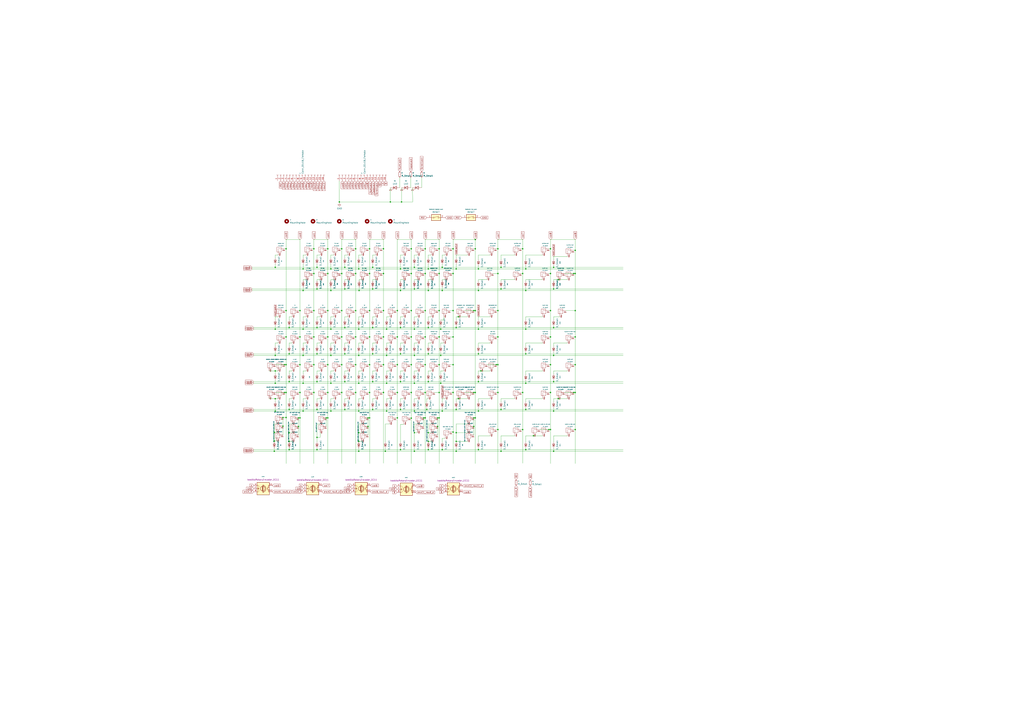
<source format=kicad_sch>
(kicad_sch (version 20211123) (generator eeschema)
  (paper "A1")
  (junction (at 269.24 204.47))
  (junction (at 376.428 260.35))
  (junction (at 271.78 220.98))
  (junction (at 237.49 355.6))
  (junction (at 328.93 269.24))
  (junction (at 408.94 276.86))
  (junction (at 429.26 204.47))
  (junction (at 314.96 224.79))
  (junction (at 246.38 322.58))
  (junction (at 408.94 255.27))
  (junction (at 361.95 270.51))
  (junction (at 260.35 219.71))
  (junction (at 454.66 370.84))
  (junction (at 471.17 322.58))
  (junction (at 363.22 219.71))
  (junction (at 237.49 269.24))
  (junction (at 431.8 220.98))
  (junction (at 374.65 370.84))
  (junction (at 351.79 313.69))
  (junction (at 452.12 224.79))
  (junction (at 337.82 299.72))
  (junction (at 361.95 292.1))
  (junction (at 260.35 359.41))
  (junction (at 294.64 314.96))
  (junction (at 408.94 322.58))
  (junction (at 389.128 350.52))
  (junction (at 269.24 255.27))
  (junction (at 326.39 299.72))
  (junction (at 472.44 353.06))
  (junction (at 390.398 343.408))
  (junction (at 351.79 220.98))
  (junction (at 314.96 299.72))
  (junction (at 292.1 299.72))
  (junction (at 271.78 292.1))
  (junction (at 454.66 237.49))
  (junction (at 351.79 355.6))
  (junction (at 360.68 224.79))
  (junction (at 292.1 322.58))
  (junction (at 389.128 343.408))
  (junction (at 328.93 369.57))
  (junction (at 328.93 238.76))
  (junction (at 283.21 237.49))
  (junction (at 326.39 276.86))
  (junction (at 260.35 369.57))
  (junction (at 248.92 238.76))
  (junction (at 303.53 322.58))
  (junction (at 472.44 322.58))
  (junction (at 232.41 343.154))
  (junction (at 349.25 224.79))
  (junction (at 411.48 336.55))
  (junction (at 248.92 292.1))
  (junction (at 392.938 238.76))
  (junction (at 374.65 269.24))
  (junction (at 454.66 337.82))
  (junction (at 294.64 355.6))
  (junction (at 411.48 370.84))
  (junction (at 340.36 219.71))
  (junction (at 337.82 322.58))
  (junction (at 454.66 313.69))
  (junction (at 472.44 224.79))
  (junction (at 246.38 299.72))
  (junction (at 248.92 220.98))
  (junction (at 225.298 355.346))
  (junction (at 257.81 322.58))
  (junction (at 294.64 370.84))
  (junction (at 316.484 370.84))
  (junction (at 347.98 343.408))
  (junction (at 431.8 270.51))
  (junction (at 351.79 269.24))
  (junction (at 234.95 276.86))
  (junction (at 340.36 270.51))
  (junction (at 429.26 322.58))
  (junction (at 390.398 204.47))
  (junction (at 306.07 290.83))
  (junction (at 292.1 276.86))
  (junction (at 303.53 343.408))
  (junction (at 283.21 313.69))
  (junction (at 359.41 343.408))
  (junction (at 392.938 220.98))
  (junction (at 280.67 255.27))
  (junction (at 360.68 322.58))
  (junction (at 458.47 327.66))
  (junction (at 237.49 290.83))
  (junction (at 317.5 314.96))
  (junction (at 260.35 237.49))
  (junction (at 283.21 290.83))
  (junction (at 340.36 355.6))
  (junction (at 452.12 353.06))
  (junction (at 431.8 369.57))
  (junction (at 269.24 322.58))
  (junction (at 454.66 219.71))
  (junction (at 360.68 343.408))
  (junction (at 349.25 322.58))
  (junction (at 337.82 343.662))
  (junction (at 392.938 290.83))
  (junction (at 234.95 299.72))
  (junction (at 337.82 276.86))
  (junction (at 283.21 336.55))
  (junction (at 372.11 276.86))
  (junction (at 257.81 204.47))
  (junction (at 226.06 304.8))
  (junction (at 320.6242 165.9382))
  (junction (at 360.68 204.47))
  (junction (at 390.398 322.58))
  (junction (at 294.64 292.1))
  (junction (at 226.06 337.82))
  (junction (at 329.7682 165.9382))
  (junction (at 271.78 270.51))
  (junction (at 257.81 255.27))
  (junction (at 389.128 322.58))
  (junction (at 390.398 196.85))
  (junction (at 454.66 292.1))
  (junction (at 260.35 336.55))
  (junction (at 389.128 255.27))
  (junction (at 317.5 292.1))
  (junction (at 361.95 314.96))
  (junction (at 292.1 204.47))
  (junction (at 471.17 224.79))
  (junction (at 269.24 299.72))
  (junction (at 337.82 255.27))
  (junction (at 226.06 314.96))
  (junction (at 280.67 224.79))
  (junction (at 306.07 269.24))
  (junction (at 280.67 322.58))
  (junction (at 237.49 336.55))
  (junction (at 234.95 343.154))
  (junction (at 314.96 322.58))
  (junction (at 340.36 292.1))
  (junction (at 411.48 219.71))
  (junction (at 225.298 370.84))
  (junction (at 306.07 336.55))
  (junction (at 306.07 237.49))
  (junction (at 429.26 224.79))
  (junction (at 237.49 313.69))
  (junction (at 450.85 353.06))
  (junction (at 317.5 270.51))
  (junction (at 359.41 350.52))
  (junction (at 360.68 276.86))
  (junction (at 408.94 224.79))
  (junction (at 372.11 204.47))
  (junction (at 340.36 237.49))
  (junction (at 472.44 255.27))
  (junction (at 317.5 337.82))
  (junction (at 246.38 343.408))
  (junction (at 328.93 336.55))
  (junction (at 280.67 204.47))
  (junction (at 360.68 299.72))
  (junction (at 237.49 369.57))
  (junction (at 351.79 290.83))
  (junction (at 303.53 224.79))
  (junction (at 306.07 313.69))
  (junction (at 374.65 362.712))
  (junction (at 271.78 337.82))
  (junction (at 269.24 224.79))
  (junction (at 257.81 276.86))
  (junction (at 245.11 343.408))
  (junction (at 407.67 299.72))
  (junction (at 283.21 219.71))
  (junction (at 392.938 337.82))
  (junction (at 245.11 350.52))
  (junction (at 431.8 336.55))
  (junction (at 248.92 270.51))
  (junction (at 314.96 255.27))
  (junction (at 472.44 205.74))
  (junction (at 294.894 238.76))
  (junction (at 233.68 299.72))
  (junction (at 374.65 336.55))
  (junction (at 372.11 355.092))
  (junction (at 226.06 270.51))
  (junction (at 349.25 255.27))
  (junction (at 431.8 314.96))
  (junction (at 372.11 299.72))
  (junction (at 269.24 276.86))
  (junction (at 372.11 322.58))
  (junction (at 351.79 238.76))
  (junction (at 303.53 276.86))
  (junction (at 271.78 314.96))
  (junction (at 349.25 204.47))
  (junction (at 337.82 204.47))
  (junction (at 257.81 299.72))
  (junction (at 408.94 353.06))
  (junction (at 392.938 369.57))
  (junction (at 394.97 304.8))
  (junction (at 237.49 362.712))
  (junction (at 340.36 314.96))
  (junction (at 429.26 353.06))
  (junction (at 303.53 299.72))
  (junction (at 363.22 369.57))
  (junction (at 452.12 299.72))
  (junction (at 349.25 343.408))
  (junction (at 472.44 276.86))
  (junction (at 411.48 237.49))
  (junction (at 431.8 290.83))
  (junction (at 376.428 327.66))
  (junction (at 452.12 276.86))
  (junction (at 408.94 299.72))
  (junction (at 302.26 350.52))
  (junction (at 232.41 350.266))
  (junction (at 431.8 238.76))
  (junction (at 326.39 255.27))
  (junction (at 328.93 220.98))
  (junction (at 294.64 220.98))
  (junction (at 351.79 362.712))
  (junction (at 302.26 343.408))
  (junction (at 260.35 290.83))
  (junction (at 340.36 337.82))
  (junction (at 374.65 220.98))
  (junction (at 349.25 299.72))
  (junction (at 234.95 255.27))
  (junction (at 349.25 276.86))
  (junction (at 392.938 313.69))
  (junction (at 303.53 255.27))
  (junction (at 280.67 299.72))
  (junction (at 472.44 299.72))
  (junction (at 340.36 370.84))
  (junction (at 328.93 290.83))
  (junction (at 392.938 270.51))
  (junction (at 280.67 276.86))
  (junction (at 390.398 255.27))
  (junction (at 294.64 270.51))
  (junction (at 452.12 322.58))
  (junction (at 363.22 337.82))
  (junction (at 326.39 343.408))
  (junction (at 363.22 238.76))
  (junction (at 278.7142 165.9382))
  (junction (at 248.92 314.96))
  (junction (at 372.11 255.27))
  (junction (at 328.93 313.69))
  (junction (at 306.07 219.71))
  (junction (at 350.52 336.55))
  (junction (at 246.38 255.27))
  (junction (at 234.95 204.47))
  (junction (at 292.1 255.27))
  (junction (at 458.47 229.87))
  (junction (at 452.12 204.47))
  (junction (at 351.79 369.57))
  (junction (at 260.35 269.24))
  (junction (at 337.82 224.79))
  (junction (at 269.24 343.408))
  (junction (at 246.38 276.86))
  (junction (at 294.64 362.712))
  (junction (at 294.64 337.82))
  (junction (at 292.1 224.79))
  (junction (at 234.95 322.58))
  (junction (at 408.94 204.47))
  (junction (at 233.68 322.58))
  (junction (at 326.39 322.58))
  (junction (at 454.66 269.24))
  (junction (at 267.97 343.408))
  (junction (at 283.21 269.24))
  (junction (at 260.35 313.69))
  (junction (at 303.53 204.47))
  (junction (at 257.81 224.79))
  (junction (at 314.96 204.47))
  (junction (at 271.78 238.76))
  (junction (at 438.15 358.14))
  (junction (at 314.96 276.86))
  (junction (at 374.65 355.6))
  (junction (at 248.92 337.82))
  (junction (at 226.06 292.1))
  (junction (at 226.06 327.66))
  (junction (at 360.68 255.27))
  (junction (at 452.12 255.27))
  (junction (at 226.06 219.71))
  (junction (at 225.298 362.458))
  (junction (at 372.11 224.79))
  (wire (pts (xy 251.46 209.55) (xy 248.92 209.55)))
  (wire (pts (xy 303.53 322.58) (xy 303.53 343.408)))
  (wire (pts (xy 328.93 220.98) (xy 351.79 220.98)))
  (wire (pts (xy 283.21 304.8) (xy 283.21 307.34)))
  (wire (pts (xy 370.84 224.79) (xy 372.11 224.79)))
  (wire (pts (xy 248.92 337.82) (xy 271.78 337.82)))
  (wire (pts (xy 328.93 304.8) (xy 328.93 307.34)))
  (wire (pts (xy 271.78 281.94) (xy 271.78 284.48)))
  (wire (pts (xy 292.1 224.79) (xy 292.1 255.27)))
  (wire (pts (xy 274.32 260.35) (xy 271.78 260.35)))
  (wire (pts (xy 392.938 218.44) (xy 392.938 220.98)))
  (wire (pts (xy 303.53 196.85) (xy 303.53 204.47)))
  (wire (pts (xy 361.95 267.97) (xy 361.95 270.51)))
  (wire (pts (xy 340.36 281.94) (xy 340.36 284.48)))
  (wire (pts (xy 294.64 362.712) (xy 294.64 363.22)))
  (wire (pts (xy 226.06 217.17) (xy 226.06 219.71)))
  (wire (pts (xy 342.9 327.66) (xy 340.36 327.66)))
  (wire (pts (xy 294.64 362.712) (xy 294.64 355.6)))
  (wire (pts (xy 269.24 322.58) (xy 269.24 343.408)))
  (wire (pts (xy 314.96 255.27) (xy 314.96 276.86)))
  (wire (pts (xy 280.67 204.47) (xy 280.67 224.79)))
  (wire (pts (xy 302.26 343.408) (xy 302.26 350.52)))
  (wire (pts (xy 360.68 322.58) (xy 360.68 343.408)))
  (wire (pts (xy 472.44 276.86) (xy 472.44 299.72)))
  (wire (pts (xy 454.66 313.69) (xy 511.81 313.69)))
  (wire (pts (xy 278.7142 165.9382) (xy 278.7142 166.9542)))
  (wire (pts (xy 354.33 209.55) (xy 351.79 209.55)))
  (wire (pts (xy 283.21 312.42) (xy 283.21 313.69)))
  (wire (pts (xy 225.298 355.346) (xy 227.33 355.346)))
  (wire (pts (xy 271.78 335.28) (xy 271.78 337.82)))
  (wire (pts (xy 336.55 322.58) (xy 337.82 322.58)))
  (wire (pts (xy 340.36 327.66) (xy 340.36 330.2)))
  (wire (pts (xy 290.83 322.58) (xy 292.1 322.58)))
  (wire (pts (xy 294.64 368.3) (xy 294.64 370.84)))
  (wire (pts (xy 225.298 368.3) (xy 225.298 370.84)))
  (wire (pts (xy 340.36 304.8) (xy 340.36 307.34)))
  (wire (pts (xy 279.4 255.27) (xy 280.67 255.27)))
  (wire (pts (xy 240.03 327.66) (xy 237.49 327.66)))
  (wire (pts (xy 245.11 350.52) (xy 245.11 357.632)))
  (wire (pts (xy 351.79 217.17) (xy 351.79 220.98)))
  (wire (pts (xy 248.92 229.87) (xy 251.46 229.87)))
  (wire (pts (xy 349.25 343.408) (xy 349.25 381)))
  (wire (pts (xy 450.85 255.27) (xy 452.12 255.27)))
  (wire (pts (xy 283.21 209.55) (xy 283.21 212.09)))
  (wire (pts (xy 326.39 276.86) (xy 326.39 299.72)))
  (wire (pts (xy 220.98 304.8) (xy 226.06 304.8)))
  (wire (pts (xy 328.93 236.474) (xy 328.93 238.76)))
  (wire (pts (xy 208.28 369.57) (xy 237.49 369.57)))
  (wire (pts (xy 317.5 312.42) (xy 317.5 314.96)))
  (wire (pts (xy 431.8 335.28) (xy 431.8 336.55)))
  (wire (pts (xy 454.66 218.44) (xy 454.66 219.71)))
  (wire (pts (xy 274.32 304.8) (xy 271.78 304.8)))
  (wire (pts (xy 354.33 281.94) (xy 351.79 281.94)))
  (wire (pts (xy 237.49 289.56) (xy 237.49 290.83)))
  (wire (pts (xy 374.65 336.55) (xy 411.48 336.55)))
  (wire (pts (xy 308.61 209.55) (xy 306.07 209.55)))
  (wire (pts (xy 351.79 369.57) (xy 363.22 369.57)))
  (wire (pts (xy 438.15 358.14) (xy 431.8 358.14)))
  (wire (pts (xy 297.18 327.66) (xy 294.64 327.66)))
  (wire (pts (xy 374.65 217.17) (xy 374.65 220.98)))
  (wire (pts (xy 402.59 304.8) (xy 394.97 304.8)))
  (wire (pts (xy 454.66 312.42) (xy 454.66 313.69)))
  (wire (pts (xy 326.39 196.85) (xy 326.39 255.27)))
  (wire (pts (xy 363.22 238.76) (xy 392.938 238.76)))
  (wire (pts (xy 407.67 353.06) (xy 408.94 353.06)))
  (wire (pts (xy 454.66 269.24) (xy 511.81 269.24)))
  (wire (pts (xy 422.91 327.66) (xy 411.48 327.66)))
  (wire (pts (xy 226.06 304.8) (xy 226.06 307.34)))
  (wire (pts (xy 233.68 204.47) (xy 234.95 204.47)))
  (wire (pts (xy 260.35 359.41) (xy 262.89 359.41)))
  (wire (pts (xy 328.93 267.97) (xy 328.93 269.24)))
  (wire (pts (xy 271.78 235.966) (xy 271.78 238.76)))
  (wire (pts (xy 320.6242 165.9382) (xy 329.7682 165.9382)))
  (wire (pts (xy 450.85 204.47) (xy 452.12 204.47)))
  (wire (pts (xy 240.03 348.488) (xy 237.49 348.488)))
  (wire (pts (xy 283.21 281.94) (xy 283.21 284.48)))
  (wire (pts (xy 271.78 314.96) (xy 294.64 314.96)))
  (wire (pts (xy 359.41 357.632) (xy 359.41 350.52)))
  (wire (pts (xy 392.938 267.97) (xy 392.938 270.51)))
  (wire (pts (xy 233.68 322.58) (xy 234.95 322.58)))
  (wire (pts (xy 325.12 255.27) (xy 326.39 255.27)))
  (wire (pts (xy 429.26 322.58) (xy 429.26 353.06)))
  (wire (pts (xy 411.48 335.28) (xy 411.48 336.55)))
  (wire (pts (xy 340.36 289.56) (xy 340.36 292.1)))
  (wire (pts (xy 359.41 204.47) (xy 360.68 204.47)))
  (wire (pts (xy 374.65 260.35) (xy 374.65 262.89)))
  (wire (pts (xy 251.46 260.35) (xy 248.92 260.35)))
  (wire (pts (xy 337.82 224.79) (xy 337.82 255.27)))
  (wire (pts (xy 207.01 220.98) (xy 248.92 220.98)))
  (wire (pts (xy 297.18 362.712) (xy 294.64 362.712)))
  (wire (pts (xy 306.07 312.42) (xy 306.07 313.69)))
  (wire (pts (xy 350.52 335.28) (xy 350.52 336.55)))
  (wire (pts (xy 302.26 255.27) (xy 303.53 255.27)))
  (wire (pts (xy 279.4 322.58) (xy 280.67 322.58)))
  (wire (pts (xy 370.84 355.092) (xy 372.11 355.092)))
  (wire (pts (xy 297.18 304.8) (xy 294.64 304.8)))
  (wire (pts (xy 251.46 304.8) (xy 248.92 304.8)))
  (wire (pts (xy 351.79 260.35) (xy 351.79 262.89)))
  (wire (pts (xy 294.64 217.17) (xy 294.64 220.98)))
  (wire (pts (xy 294.894 238.76) (xy 328.93 238.76)))
  (wire (pts (xy 271.78 260.35) (xy 271.78 262.89)))
  (wire (pts (xy 392.938 304.8) (xy 392.938 307.34)))
  (wire (pts (xy 360.68 343.408) (xy 360.68 381)))
  (wire (pts (xy 361.95 304.8) (xy 361.95 307.34)))
  (wire (pts (xy 279.4 276.86) (xy 280.67 276.86)))
  (wire (pts (xy 431.8 281.94) (xy 445.77 281.94)))
  (wire (pts (xy 351.79 289.56) (xy 351.79 290.83)))
  (wire (pts (xy 454.66 236.22) (xy 454.66 237.49)))
  (wire (pts (xy 392.938 312.42) (xy 392.938 313.69)))
  (wire (pts (xy 303.53 204.47) (xy 303.53 224.79)))
  (wire (pts (xy 306.07 237.49) (xy 340.36 237.49)))
  (wire (pts (xy 336.55 255.27) (xy 337.82 255.27)))
  (wire (pts (xy 422.91 229.87) (xy 411.48 229.87)))
  (wire (pts (xy 297.18 229.87) (xy 294.894 229.87)))
  (wire (pts (xy 389.128 343.408) (xy 390.398 343.408)))
  (wire (pts (xy 452.12 299.72) (xy 452.12 322.58)))
  (wire (pts (xy 363.22 335.28) (xy 363.22 337.82)))
  (wire (pts (xy 408.94 353.06) (xy 408.94 381)))
  (wire (pts (xy 285.75 304.8) (xy 283.21 304.8)))
  (wire (pts (xy 337.82 255.27) (xy 337.82 276.86)))
  (wire (pts (xy 349.25 255.27) (xy 349.25 276.86)))
  (wire (pts (xy 351.79 220.98) (xy 374.65 220.98)))
  (wire (pts (xy 431.8 209.55) (xy 445.77 209.55)))
  (wire (pts (xy 279.4 224.79) (xy 280.67 224.79)))
  (wire (pts (xy 226.06 335.28) (xy 226.06 337.82)))
  (wire (pts (xy 452.12 322.58) (xy 452.12 353.06)))
  (wire (pts (xy 347.98 343.408) (xy 349.25 343.408)))
  (wire (pts (xy 328.93 289.56) (xy 328.93 290.83)))
  (wire (pts (xy 389.128 357.632) (xy 389.128 350.52)))
  (wire (pts (xy 325.12 299.72) (xy 326.39 299.72)))
  (wire (pts (xy 370.84 204.47) (xy 372.11 204.47)))
  (wire (pts (xy 369.57 299.72) (xy 372.11 299.72)))
  (wire (pts (xy 450.85 276.86) (xy 452.12 276.86)))
  (wire (pts (xy 364.49 262.89) (xy 361.95 262.89)))
  (wire (pts (xy 452.12 353.06) (xy 452.12 381)))
  (wire (pts (xy 359.41 255.27) (xy 360.68 255.27)))
  (wire (pts (xy 269.24 255.27) (xy 269.24 276.86)))
  (wire (pts (xy 283.21 289.56) (xy 283.21 290.83)))
  (wire (pts (xy 363.22 337.82) (xy 392.938 337.82)))
  (wire (pts (xy 260.35 260.35) (xy 260.35 262.89)))
  (wire (pts (xy 374.65 355.6) (xy 384.048 355.6)))
  (wire (pts (xy 234.95 196.85) (xy 246.38 196.85)))
  (wire (pts (xy 390.398 196.85) (xy 390.398 204.47)))
  (wire (pts (xy 454.66 281.94) (xy 466.09 281.94)))
  (wire (pts (xy 306.07 267.97) (xy 306.07 269.24)))
  (wire (pts (xy 392.938 260.35) (xy 402.59 260.35)))
  (wire (pts (xy 294.64 209.55) (xy 294.64 212.09)))
  (wire (pts (xy 389.128 255.27) (xy 390.398 255.27)))
  (wire (pts (xy 452.12 204.47) (xy 452.12 224.79)))
  (wire (pts (xy 337.3882 145.8722) (xy 337.3882 154.2542)))
  (wire (pts (xy 267.97 322.58) (xy 269.24 322.58)))
  (wire (pts (xy 294.64 292.1) (xy 317.5 292.1)))
  (wire (pts (xy 283.21 237.49) (xy 306.07 237.49)))
  (wire (pts (xy 471.17 299.72) (xy 472.44 299.72)))
  (wire (pts (xy 257.81 299.72) (xy 257.81 322.58)))
  (wire (pts (xy 280.67 224.79) (xy 280.67 255.27)))
  (wire (pts (xy 431.8 238.76) (xy 511.81 238.76)))
  (wire (pts (xy 400.05 299.72) (xy 407.67 299.72)))
  (wire (pts (xy 306.07 260.35) (xy 306.07 262.89)))
  (wire (pts (xy 384.048 362.712) (xy 374.65 362.712)))
  (wire (pts (xy 363.22 327.66) (xy 363.22 330.2)))
  (wire (pts (xy 400.05 229.87) (xy 392.938 229.87)))
  (wire (pts (xy 340.36 267.97) (xy 340.36 270.51)))
  (wire (pts (xy 303.53 196.85) (xy 314.96 196.85)))
  (wire (pts (xy 328.93 281.94) (xy 328.93 284.48)))
  (wire (pts (xy 372.11 196.85) (xy 390.398 196.85)))
  (wire (pts (xy 458.47 327.66) (xy 466.09 327.66)))
  (wire (pts (xy 313.69 255.27) (xy 314.96 255.27)))
  (wire (pts (xy 364.49 260.35) (xy 364.49 262.89)))
  (wire (pts (xy 308.61 281.94) (xy 306.07 281.94)))
  (wire (pts (xy 466.09 304.8) (xy 454.66 304.8)))
  (wire (pts (xy 294.64 289.56) (xy 294.64 292.1)))
  (wire (pts (xy 294.64 281.94) (xy 294.64 284.48)))
  (wire (pts (xy 314.96 322.58) (xy 314.96 380.746)))
  (wire (pts (xy 360.68 276.86) (xy 360.68 299.72)))
  (wire (pts (xy 306.07 289.56) (xy 306.07 290.83)))
  (wire (pts (xy 302.26 204.47) (xy 303.53 204.47)))
  (wire (pts (xy 466.09 358.14) (xy 454.66 358.14)))
  (wire (pts (xy 237.49 327.66) (xy 237.49 330.2)))
  (wire (pts (xy 392.938 236.22) (xy 392.938 238.76)))
  (wire (pts (xy 392.938 337.82) (xy 454.66 337.82)))
  (wire (pts (xy 260.35 229.87) (xy 260.35 231.14)))
  (wire (pts (xy 303.53 276.86) (xy 303.53 299.72)))
  (wire (pts (xy 320.04 327.66) (xy 317.5 327.66)))
  (wire (pts (xy 316.484 368.3) (xy 316.484 370.84)))
  (wire (pts (xy 338.9122 165.9382) (xy 338.6582 154.2542)))
  (wire (pts (xy 267.97 255.27) (xy 269.24 255.27)))
  (wire (pts (xy 248.92 235.966) (xy 248.92 238.76)))
  (wire (pts (xy 260.35 209.55) (xy 260.35 212.09)))
  (wire (pts (xy 292.1 196.85) (xy 292.1 204.47)))
  (wire (pts (xy 237.49 335.28) (xy 237.49 336.55)))
  (wire (pts (xy 472.44 322.58) (xy 472.44 353.06)))
  (wire (pts (xy 314.96 204.47) (xy 314.96 224.79)))
  (wire (pts (xy 297.18 281.94) (xy 294.64 281.94)))
  (wire (pts (xy 278.7142 148.6662) (xy 278.7142 165.9382)))
  (wire (pts (xy 262.89 304.8) (xy 260.35 304.8)))
  (wire (pts (xy 260.35 289.56) (xy 260.35 290.83)))
  (wire (pts (xy 225.298 370.84) (xy 294.64 370.84)))
  (wire (pts (xy 350.52 327.66) (xy 351.79 327.66)))
  (wire (pts (xy 226.06 292.1) (xy 248.92 292.1)))
  (wire (pts (xy 271.78 327.66) (xy 271.78 330.2)))
  (wire (pts (xy 317.5 314.96) (xy 340.36 314.96)))
  (wire (pts (xy 340.36 348.488) (xy 340.36 355.6)))
  (wire (pts (xy 283.21 219.71) (xy 306.07 219.71)))
  (wire (pts (xy 381.508 255.27) (xy 389.128 255.27)))
  (wire (pts (xy 283.21 267.97) (xy 283.21 269.24)))
  (wire (pts (xy 306.07 229.87) (xy 306.07 231.14)))
  (wire (pts (xy 389.128 204.47) (xy 390.398 204.47)))
  (wire (pts (xy 274.32 209.55) (xy 271.78 209.55)))
  (wire (pts (xy 431.8 327.66) (xy 431.8 330.2)))
  (wire (pts (xy 374.65 267.97) (xy 374.65 269.24)))
  (wire (pts (xy 274.32 327.66) (xy 271.78 327.66)))
  (wire (pts (xy 246.38 196.85) (xy 246.38 255.27)))
  (wire (pts (xy 271.78 289.56) (xy 271.78 292.1)))
  (wire (pts (xy 328.93 229.87) (xy 328.93 231.394)))
  (wire (pts (xy 392.938 313.69) (xy 454.66 313.69)))
  (wire (pts (xy 351.79 238.76) (xy 363.22 238.76)))
  (wire (pts (xy 260.35 217.17) (xy 260.35 219.71)))
  (wire (pts (xy 349.25 224.79) (xy 349.25 255.27)))
  (wire (pts (xy 313.69 224.79) (xy 314.96 224.79)))
  (wire (pts (xy 262.89 355.6) (xy 262.89 359.41)))
  (wire (pts (xy 363.22 235.712) (xy 363.22 238.76)))
  (wire (pts (xy 431.8 262.89) (xy 431.8 260.35)))
  (wire (pts (xy 360.68 224.79) (xy 360.68 255.27)))
  (wire (pts (xy 328.93 369.57) (xy 351.79 369.57)))
  (wire (pts (xy 248.92 238.76) (xy 271.78 238.76)))
  (wire (pts (xy 267.97 276.86) (xy 269.24 276.86)))
  (wire (pts (xy 248.92 281.94) (xy 248.92 284.48)))
  (wire (pts (xy 317.5 281.94) (xy 317.5 284.48)))
  (wire (pts (xy 294.64 267.97) (xy 294.64 270.51)))
  (wire (pts (xy 246.38 343.408) (xy 246.38 381)))
  (wire (pts (xy 363.22 209.55) (xy 363.22 212.09)))
  (wire (pts (xy 331.724 348.742) (xy 328.93 348.742)))
  (wire (pts (xy 292.1 276.86) (xy 292.1 299.72)))
  (wire (pts (xy 306.07 304.8) (xy 306.07 307.34)))
  (wire (pts (xy 208.28 290.83) (xy 237.49 290.83)))
  (wire (pts (xy 313.69 276.86) (xy 314.96 276.86)))
  (wire (pts (xy 458.47 229.87) (xy 454.66 229.87)))
  (wire (pts (xy 392.938 270.51) (xy 431.8 270.51)))
  (wire (pts (xy 302.26 343.408) (xy 303.53 343.408)))
  (wire (pts (xy 294.64 220.98) (xy 328.93 220.98)))
  (wire (pts (xy 283.21 260.35) (xy 283.21 262.89)))
  (wire (pts (xy 248.92 304.8) (xy 248.92 307.34)))
  (wire (pts (xy 337.82 204.47) (xy 337.82 224.79)))
  (wire (pts (xy 256.54 224.79) (xy 257.81 224.79)))
  (wire (pts (xy 271.78 220.98) (xy 294.64 220.98)))
  (wire (pts (xy 361.95 270.51) (xy 392.938 270.51)))
  (wire (pts (xy 308.61 229.87) (xy 306.07 229.87)))
  (wire (pts (xy 237.49 336.55) (xy 260.35 336.55)))
  (wire (pts (xy 283.21 229.87) (xy 283.21 231.14)))
  (wire (pts (xy 349.25 196.85) (xy 349.25 204.47)))
  (wire (pts (xy 271.78 209.55) (xy 271.78 212.09)))
  (wire (pts (xy 326.39 322.58) (xy 326.39 343.408)))
  (wire (pts (xy 257.81 322.58) (xy 257.81 381)))
  (wire (pts (xy 285.75 209.55) (xy 283.21 209.55)))
  (wire (pts (xy 363.22 368.3) (xy 363.22 369.57)))
  (wire (pts (xy 374.65 370.84) (xy 411.48 370.84)))
  (wire (pts (xy 336.55 299.72) (xy 337.82 299.72)))
  (wire (pts (xy 237.49 304.8) (xy 237.49 307.34)))
  (wire (pts (xy 408.94 224.79) (xy 408.94 255.27)))
  (wire (pts (xy 411.48 209.55) (xy 411.48 213.36)))
  (wire (pts (xy 233.68 299.72) (xy 234.95 299.72)))
  (wire (pts (xy 411.48 327.66) (xy 411.48 330.2)))
  (wire (pts (xy 306.07 327.66) (xy 306.07 330.2)))
  (wire (pts (xy 269.24 196.85) (xy 269.24 204.47)))
  (wire (pts (xy 297.18 260.35) (xy 294.64 260.35)))
  (wire (pts (xy 292.1 255.27) (xy 292.1 276.86)))
  (wire (pts (xy 427.99 353.06) (xy 429.26 353.06)))
  (wire (pts (xy 336.55 204.47) (xy 337.82 204.47)))
  (wire (pts (xy 328.93 348.742) (xy 328.93 363.22)))
  (wire (pts (xy 350.52 336.55) (xy 374.65 336.55)))
  (wire (pts (xy 472.44 205.74) (xy 472.44 224.79)))
  (wire (pts (xy 454.66 370.84) (xy 511.81 370.84)))
  (wire (pts (xy 313.69 204.47) (xy 314.96 204.47)))
  (wire (pts (xy 326.39 343.408) (xy 326.39 381)))
  (wire (pts (xy 452.12 196.85) (xy 472.44 196.85)))
  (wire (pts (xy 471.17 276.86) (xy 472.44 276.86)))
  (wire (pts (xy 390.398 196.85) (xy 390.525 196.85)))
  (wire (pts (xy 294.64 335.28) (xy 294.64 337.82)))
  (wire (pts (xy 320.04 281.94) (xy 317.5 281.94)))
  (wire (pts (xy 472.44 299.72) (xy 472.44 322.58)))
  (wire (pts (xy 454.66 260.35) (xy 454.66 262.89)))
  (wire (pts (xy 390.398 322.58) (xy 390.398 343.408)))
  (wire (pts (xy 317.5 270.51) (xy 340.36 270.51)))
  (wire (pts (xy 208.28 370.84) (xy 225.298 370.84)))
  (wire (pts (xy 260.35 348.488) (xy 262.89 348.488)))
  (wire (pts (xy 260.35 236.22) (xy 260.35 237.49)))
  (wire (pts (xy 374.65 269.24) (xy 454.66 269.24)))
  (wire (pts (xy 228.6 281.94) (xy 226.06 281.94)))
  (wire (pts (xy 463.55 224.79) (xy 471.17 224.79)))
  (wire (pts (xy 306.07 236.22) (xy 306.07 237.49)))
  (wire (pts (xy 364.49 304.8) (xy 361.95 304.8)))
  (wire (pts (xy 471.17 353.06) (xy 472.44 353.06)))
  (wire (pts (xy 390.398 343.408) (xy 390.398 381)))
  (wire (pts (xy 314.96 196.85) (xy 314.96 204.47)))
  (wire (pts (xy 257.81 255.27) (xy 257.81 276.86)))
  (wire (pts (xy 363.22 217.17) (xy 363.22 219.71)))
  (wire (pts (xy 248.92 209.55) (xy 248.92 212.09)))
  (wire (pts (xy 392.938 369.57) (xy 431.8 369.57)))
  (wire (pts (xy 411.48 229.87) (xy 411.48 231.14)))
  (wire (pts (xy 271.78 267.97) (xy 271.78 270.51)))
  (wire (pts (xy 472.44 224.79) (xy 472.44 255.27)))
  (wire (pts (xy 452.12 255.27) (xy 452.12 276.86)))
  (wire (pts (xy 302.26 350.52) (xy 302.26 357.632)))
  (wire (pts (xy 271.78 238.76) (xy 294.894 238.76)))
  (wire (pts (xy 431.8 284.48) (xy 431.8 281.94)))
  (wire (pts (xy 445.77 327.66) (xy 431.8 327.66)))
  (wire (pts (xy 359.41 343.408) (xy 360.68 343.408)))
  (wire (pts (xy 340.36 314.96) (xy 361.95 314.96)))
  (wire (pts (xy 351.79 281.94) (xy 351.79 284.48)))
  (wire (pts (xy 392.938 327.66) (xy 402.59 327.66)))
  (wire (pts (xy 363.22 369.57) (xy 392.938 369.57)))
  (wire (pts (xy 454.66 219.71) (xy 511.81 219.71)))
  (wire (pts (xy 280.67 196.85) (xy 292.1 196.85)))
  (wire (pts (xy 246.38 255.27) (xy 246.38 276.86)))
  (wire (pts (xy 427.99 322.58) (xy 429.26 322.58)))
  (wire (pts (xy 325.12 276.86) (xy 326.39 276.86)))
  (wire (pts (xy 342.9 260.35) (xy 340.36 260.35)))
  (wire (pts (xy 228.6 260.35) (xy 226.06 260.35)))
  (wire (pts (xy 340.36 355.6) (xy 342.9 355.6)))
  (wire (pts (xy 337.82 276.86) (xy 337.82 299.72)))
  (wire (pts (xy 454.66 237.49) (xy 511.81 237.49)))
  (wire (pts (xy 411.48 370.84) (xy 454.66 370.84)))
  (wire (pts (xy 363.22 219.71) (xy 411.48 219.71)))
  (wire (pts (xy 294.64 355.6) (xy 294.64 348.488)))
  (wire (pts (xy 267.97 343.408) (xy 269.24 343.408)))
  (wire (pts (xy 320.04 260.35) (xy 317.5 260.35)))
  (wire (pts (xy 294.64 314.96) (xy 317.5 314.96)))
  (wire (pts (xy 240.03 362.712) (xy 237.49 362.712)))
  (wire (pts (xy 267.97 204.47) (xy 269.24 204.47)))
  (wire (pts (xy 274.32 281.94) (xy 271.78 281.94)))
  (wire (pts (xy 297.18 209.55) (xy 294.64 209.55)))
  (wire (pts (xy 337.82 322.58) (xy 337.82 343.662)))
  (wire (pts (xy 326.39 196.85) (xy 337.82 196.85)))
  (wire (pts (xy 317.5 267.97) (xy 317.5 270.51)))
  (wire (pts (xy 226.06 337.82) (xy 248.92 337.82)))
  (wire (pts (xy 372.11 299.72) (xy 372.11 322.58)))
  (wire (pts (xy 262.89 260.35) (xy 260.35 260.35)))
  (wire (pts (xy 208.28 269.24) (xy 237.49 269.24)))
  (wire (pts (xy 306.07 219.71) (xy 340.36 219.71)))
  (wire (pts (xy 237.49 369.57) (xy 260.35 369.57)))
  (wire (pts (xy 306.07 335.28) (xy 306.07 336.55)))
  (wire (pts (xy 234.95 204.47) (xy 234.95 196.85)))
  (wire (pts (xy 408.94 322.58) (xy 408.94 353.06)))
  (wire (pts (xy 464.82 255.27) (xy 472.44 255.27)))
  (wire (pts (xy 226.06 322.58) (xy 233.68 322.58)))
  (wire (pts (xy 294.64 260.35) (xy 294.64 262.89)))
  (wire (pts (xy 346.2782 145.8722) (xy 346.2782 154.2542)))
  (wire (pts (xy 374.65 362.712) (xy 374.65 355.6)))
  (wire (pts (xy 285.75 260.35) (xy 283.21 260.35)))
  (wire (pts (xy 256.54 276.86) (xy 257.81 276.86)))
  (wire (pts (xy 347.98 299.72) (xy 349.25 299.72)))
  (wire (pts (xy 411.48 218.44) (xy 411.48 219.71)))
  (wire (pts (xy 228.6 209.55) (xy 226.06 209.55)))
  (wire (pts (xy 392.938 260.35) (xy 392.938 262.89)))
  (wire (pts (xy 351.79 362.712) (xy 351.79 355.6)))
  (wire (pts (xy 317.5 327.66) (xy 317.5 330.2)))
  (wire (pts (xy 257.81 196.85) (xy 257.81 204.47)))
  (wire (pts (xy 257.81 276.86) (xy 257.81 299.72)))
  (wire (pts (xy 342.9 348.488) (xy 340.36 348.488)))
  (wire (pts (xy 454.66 289.56) (xy 454.66 292.1)))
  (wire (pts (xy 392.938 368.3) (xy 392.938 369.57)))
  (wire (pts (xy 328.93 368.3) (xy 328.93 369.57)))
  (wire (pts (xy 329.7682 165.9382) (xy 338.9122 165.9382)))
  (wire (pts (xy 226.06 304.8) (xy 228.6 304.8)))
  (wire (pts (xy 384.048 260.35) (xy 376.428 260.35)))
  (wire (pts (xy 411.48 236.22) (xy 411.48 237.49)))
  (wire (pts (xy 240.03 281.94) (xy 237.49 281.94)))
  (wire (pts (xy 328.2442 154.2542) (xy 328.2442 145.8722)))
  (wire (pts (xy 342.9 304.8) (xy 340.36 304.8)))
  (wire (pts (xy 443.23 353.06) (xy 450.85 353.06)))
  (wire (pts (xy 471.17 224.79) (xy 472.44 224.79)))
  (wire (pts (xy 359.41 350.52) (xy 359.41 343.408)))
  (wire (pts (xy 454.66 335.28) (xy 454.66 337.82)))
  (wire (pts (xy 361.95 289.56) (xy 361.95 292.1)))
  (wire (pts (xy 302.26 224.79) (xy 303.53 224.79)))
  (wire (pts (xy 328.93 238.76) (xy 351.79 238.76)))
  (wire (pts (xy 308.61 260.35) (xy 306.07 260.35)))
  (wire (pts (xy 326.39 255.27) (xy 326.39 276.86)))
  (wire (pts (xy 472.44 255.27) (xy 472.44 276.86)))
  (wire (pts (xy 364.49 281.94) (xy 361.95 281.94)))
  (wire (pts (xy 237.49 313.69) (xy 260.35 313.69)))
  (wire (pts (xy 340.36 209.55) (xy 340.36 212.09)))
  (wire (pts (xy 429.26 224.79) (xy 429.26 322.58)))
  (wire (pts (xy 390.398 255.27) (xy 390.398 322.58)))
  (wire (pts (xy 308.61 304.8) (xy 306.07 304.8)))
  (wire (pts (xy 351.79 236.22) (xy 351.79 238.76)))
  (wire (pts (xy 331.47 304.8) (xy 328.93 304.8)))
  (wire (pts (xy 256.54 299.72) (xy 257.81 299.72)))
  (wire (pts (xy 349.25 322.58) (xy 349.25 343.408)))
  (wire (pts (xy 237.49 260.35) (xy 237.49 262.89)))
  (wire (pts (xy 240.03 260.35) (xy 237.49 260.35)))
  (wire (pts (xy 256.54 255.27) (xy 257.81 255.27)))
  (wire (pts (xy 257.81 224.79) (xy 257.81 255.27)))
  (wire (pts (xy 431.8 336.55) (xy 511.81 336.55)))
  (wire (pts (xy 431.8 304.8) (xy 431.8 307.848)))
  (wire (pts (xy 340.36 370.84) (xy 374.65 370.84)))
  (wire (pts (xy 392.938 220.98) (xy 431.8 220.98)))
  (wire (pts (xy 431.8 209.55) (xy 431.8 213.36)))
  (wire (pts (xy 260.35 369.57) (xy 328.93 369.57)))
  (wire (pts (xy 328.93 269.24) (xy 351.79 269.24)))
  (wire (pts (xy 292.1 204.47) (xy 292.1 224.79)))
  (wire (pts (xy 226.06 267.97) (xy 226.06 270.51)))
  (wire (pts (xy 351.79 368.3) (xy 351.79 369.57)))
  (wire (pts (xy 376.428 327.66) (xy 374.65 327.66)))
  (wire (pts (xy 454.66 304.8) (xy 454.66 307.34)))
  (wire (pts (xy 422.91 209.55) (xy 411.48 209.55)))
  (wire (pts (xy 347.98 276.86) (xy 349.25 276.86)))
  (wire (pts (xy 349.25 299.72) (xy 349.25 322.58)))
  (wire (pts (xy 237.49 312.42) (xy 237.49 313.69)))
  (wire (pts (xy 431.8 314.96) (xy 511.81 314.96)))
  (wire (pts (xy 248.92 270.51) (xy 271.78 270.51)))
  (wire (pts (xy 271.78 270.51) (xy 294.64 270.51)))
  (wire (pts (xy 337.82 299.72) (xy 337.82 322.58)))
  (wire (pts (xy 328.93 209.55) (xy 328.93 212.09)))
  (wire (pts (xy 232.41 343.154) (xy 234.95 343.154)))
  (wire (pts (xy 337.82 196.85) (xy 337.82 204.47)))
  (wire (pts (xy 454.66 368.3) (xy 454.66 370.84)))
  (wire (pts (xy 271.78 229.87) (xy 271.78 230.886)))
  (wire (pts (xy 251.46 327.66) (xy 248.92 327.66)))
  (wire (pts (xy 374.65 368.3) (xy 374.65 370.84)))
  (wire (pts (xy 361.95 314.96) (xy 431.8 314.96)))
  (wire (pts (xy 411.48 237.49) (xy 454.66 237.49)))
  (wire (pts (xy 226.06 289.56) (xy 226.06 292.1)))
  (wire (pts (xy 257.81 196.85) (xy 269.24 196.85)))
  (wire (pts (xy 340.36 312.42) (xy 340.36 314.96)))
  (wire (pts (xy 354.33 229.87) (xy 351.79 229.87)))
  (wire (pts (xy 459.74 260.35) (xy 454.66 260.35)))
  (wire (pts (xy 260.35 336.55) (xy 283.21 336.55)))
  (wire (pts (xy 347.98 322.58) (xy 349.25 322.58)))
  (wire (pts (xy 340.36 217.17) (xy 340.36 219.71)))
  (wire (pts (xy 408.94 204.47) (xy 408.94 224.79)))
  (wire (pts (xy 392.938 335.28) (xy 392.938 337.82)))
  (wire (pts (xy 347.98 343.408) (xy 347.98 350.52)))
  (wire (pts (xy 260.35 359.41) (xy 260.35 348.488)))
  (wire (pts (xy 245.11 343.408) (xy 246.38 343.408)))
  (wire (pts (xy 351.79 355.6) (xy 354.33 355.6)))
  (wire (pts (xy 370.84 322.58) (xy 372.11 322.58)))
  (wire (pts (xy 328.93 313.69) (xy 351.79 313.69)))
  (wire (pts (xy 246.38 276.86) (xy 246.38 299.72)))
  (wire (pts (xy 306.07 336.55) (xy 328.93 336.55)))
  (wire (pts (xy 251.46 281.94) (xy 248.92 281.94)))
  (wire (pts (xy 392.938 358.14) (xy 402.59 358.14)))
  (wire (pts (xy 271.78 292.1) (xy 294.64 292.1)))
  (wire (pts (xy 331.47 281.94) (xy 328.93 281.94)))
  (wire (pts (xy 267.97 343.408) (xy 267.97 350.52)))
  (wire (pts (xy 365.76 209.55) (xy 363.22 209.55)))
  (wire (pts (xy 374.65 348.488) (xy 384.048 348.488)))
  (wire (pts (xy 407.67 255.27) (xy 408.94 255.27)))
  (wire (pts (xy 408.94 196.85) (xy 408.94 204.47)))
  (wire (pts (xy 372.11 196.85) (xy 372.11 204.47)))
  (wire (pts (xy 411.48 336.55) (xy 431.8 336.55)))
  (wire (pts (xy 374.65 362.712) (xy 374.65 363.22)))
  (wire (pts (xy 283.21 217.17) (xy 283.21 219.71)))
  (wire (pts (xy 248.92 260.35) (xy 248.92 262.89)))
  (wire (pts (xy 306.07 290.83) (xy 328.93 290.83)))
  (wire (pts (xy 271.78 312.42) (xy 271.78 314.96)))
  (wire (pts (xy 372.11 322.58) (xy 372.11 355.092)))
  (wire (pts (xy 431.8 236.22) (xy 431.8 238.76)))
  (wire (pts (xy 294.64 270.51) (xy 317.5 270.51)))
  (wire (pts (xy 374.65 355.6) (xy 374.65 348.488)))
  (wire (pts (xy 452.12 224.79) (xy 452.12 255.27)))
  (wire (pts (xy 226.06 327.66) (xy 228.6 327.66)))
  (wire (pts (xy 283.21 236.22) (xy 283.21 237.49)))
  (wire (pts (xy 226.06 327.66) (xy 226.06 330.2)))
  (wire (pts (xy 306.07 217.17) (xy 306.07 219.71)))
  (wire (pts (xy 246.38 322.58) (xy 246.38 343.408)))
  (wire (pts (xy 290.83 224.79) (xy 292.1 224.79)))
  (wire (pts (xy 290.83 255.27) (xy 292.1 255.27)))
  (wire (pts (xy 392.938 209.55) (xy 392.938 213.36)))
  (wire (pts (xy 351.79 231.14) (xy 351.79 229.87)))
  (wire (pts (xy 328.93 335.28) (xy 328.93 336.55)))
  (wire (pts (xy 392.938 358.14) (xy 392.938 363.22)))
  (wire (pts (xy 294.64 370.84) (xy 316.484 370.84)))
  (wire (pts (xy 280.67 322.58) (xy 280.67 381)))
  (wire (pts (xy 328.93 336.55) (xy 350.52 336.55)))
  (wire (pts (xy 374.65 335.28) (xy 374.65 336.55)))
  (wire (pts (xy 294.894 229.87) (xy 294.894 230.886)))
  (wire (pts (xy 232.41 343.154) (xy 232.41 350.266)))
  (wire (pts (xy 226.06 312.42) (xy 226.06 314.96)))
  (wire (pts (xy 226.06 209.55) (xy 226.06 212.09)))
  (wire (pts (xy 237.49 290.83) (xy 260.35 290.83)))
  (wire (pts (xy 292.1 299.72) (xy 292.1 322.58)))
  (wire (pts (xy 256.54 204.47) (xy 257.81 204.47)))
  (wire (pts (xy 320.04 348.488) (xy 316.484 348.488)))
  (wire (pts (xy 226.06 299.72) (xy 233.68 299.72)))
  (wire (pts (xy 317.5 260.35) (xy 317.5 262.89)))
  (wire (pts (xy 308.61 327.66) (xy 306.07 327.66)))
  (wire (pts (xy 303.53 343.408) (xy 303.53 381)))
  (wire (pts (xy 363.22 363.22) (xy 363.22 360.172)))
  (wire (pts (xy 283.21 290.83) (xy 306.07 290.83)))
  (wire (pts (xy 225.298 362.458) (xy 227.33 362.458)))
  (wire (pts (xy 374.65 209.55) (xy 374.65 212.09)))
  (wire (pts (xy 306.07 313.69) (xy 328.93 313.69)))
  (wire (pts (xy 320.6242 154.2542) (xy 320.6242 165.9382)))
  (wire (pts (xy 237.49 362.712) (xy 237.49 363.22)))
  (wire (pts (xy 269.24 224.79) (xy 269.24 255.27)))
  (wire (pts (xy 349.25 196.85) (xy 360.68 196.85)))
  (wire (pts (xy 267.97 224.79) (xy 269.24 224.79)))
  (wire (pts (xy 454.66 292.1) (xy 511.81 292.1)))
  (wire (pts (xy 260.35 267.97) (xy 260.35 269.24)))
  (wire (pts (xy 452.12 276.86) (xy 452.12 299.72)))
  (wire (pts (xy 234.95 322.58) (xy 234.95 343.154)))
  (wire (pts (xy 454.66 337.82) (xy 511.81 337.82)))
  (wire (pts (xy 336.55 224.79) (xy 337.82 224.79)))
  (wire (pts (xy 431.8 220.98) (xy 511.81 220.98)))
  (wire (pts (xy 351.79 362.712) (xy 354.33 362.712)))
  (wire (pts (xy 445.77 358.14) (xy 438.15 358.14)))
  (wire (pts (xy 279.4 204.47) (xy 280.67 204.47)))
  (wire (pts (xy 392.938 290.83) (xy 431.8 290.83)))
  (wire (pts (xy 256.54 322.58) (xy 257.81 322.58)))
  (wire (pts (xy 347.98 255.27) (xy 349.25 255.27)))
  (wire (pts (xy 237.49 355.6) (xy 240.03 355.6)))
  (wire (pts (xy 351.79 267.97) (xy 351.79 269.24)))
  (wire (pts (xy 294.64 312.42) (xy 294.64 314.96)))
  (wire (pts (xy 317.5 289.56) (xy 317.5 292.1)))
  (wire (pts (xy 248.92 267.97) (xy 248.92 270.51)))
  (wire (pts (xy 454.66 229.87) (xy 454.66 231.14)))
  (wire (pts (xy 234.95 276.86) (xy 234.95 299.72)))
  (wire (pts (xy 260.35 290.83) (xy 283.21 290.83)))
  (wire (pts (xy 280.67 196.85) (xy 280.67 204.47)))
  (wire (pts (xy 372.11 255.27) (xy 372.11 276.86)))
  (wire (pts (xy 257.81 204.47) (xy 257.81 224.79)))
  (wire (pts (xy 313.69 299.72) (xy 314.96 299.72)))
  (wire (pts (xy 234.95 299.72) (xy 234.95 322.58)))
  (wire (pts (xy 260.35 237.49) (xy 283.21 237.49)))
  (wire (pts (xy 328.93 290.83) (xy 351.79 290.83)))
  (wire (pts (xy 351.79 269.24) (xy 374.65 269.24)))
  (wire (pts (xy 285.75 281.94) (xy 283.21 281.94)))
  (wire (pts (xy 351.79 260.35) (xy 354.33 260.35)))
  (wire (pts (xy 317.5 337.82) (xy 340.36 337.82)))
  (wire (pts (xy 372.11 355.092) (xy 372.11 381)))
  (wire (pts (xy 306.07 269.24) (xy 328.93 269.24)))
  (wire (pts (xy 331.47 327.66) (xy 328.93 327.66)))
  (wire (pts (xy 427.99 224.79) (xy 429.26 224.79)))
  (wire (pts (xy 328.93 217.17) (xy 328.93 220.98)))
  (wire (pts (xy 290.83 204.47) (xy 292.1 204.47)))
  (wire (pts (xy 471.17 322.58) (xy 472.44 322.58)))
  (wire (pts (xy 407.67 322.58) (xy 408.94 322.58)))
  (wire (pts (xy 427.99 204.47) (xy 429.26 204.47)))
  (wire (pts (xy 463.55 322.58) (xy 471.17 322.58)))
  (wire (pts (xy 392.938 289.56) (xy 392.938 290.83)))
  (wire (pts (xy 328.93 260.35) (xy 328.93 262.89)))
  (wire (pts (xy 340.36 292.1) (xy 361.95 292.1)))
  (wire (pts (xy 248.92 327.66) (xy 248.92 330.2)))
  (wire (pts (xy 431.8 312.928) (xy 431.8 314.96)))
  (wire (pts (xy 306.07 209.55) (xy 306.07 212.09)))
  (wire (pts (xy 363.22 360.172) (xy 365.76 360.172)))
  (wire (pts (xy 429.26 353.06) (xy 429.26 380.746)))
  (wire (pts (xy 452.12 196.85) (xy 452.12 204.47)))
  (wire (pts (xy 408.94 196.85) (xy 429.26 196.85)))
  (wire (pts (xy 342.9 281.94) (xy 340.36 281.94)))
  (wire (pts (xy 450.85 322.58) (xy 452.12 322.58)))
  (wire (pts (xy 320.04 304.8) (xy 317.5 304.8)))
  (wire (pts (xy 262.89 209.55) (xy 260.35 209.55)))
  (wire (pts (xy 316.484 370.84) (xy 340.36 370.84)))
  (wire (pts (xy 384.048 327.66) (xy 376.428 327.66)))
  (wire (pts (xy 361.95 281.94) (xy 361.95 284.48)))
  (wire (pts (xy 283.21 335.28) (xy 283.21 336.55)))
  (wire (pts (xy 233.68 255.27) (xy 234.95 255.27)))
  (wire (pts (xy 271.78 217.17) (xy 271.78 220.98)))
  (wire (pts (xy 260.35 363.22) (xy 260.35 359.41)))
  (wire (pts (xy 392.938 238.76) (xy 431.8 238.76)))
  (wire (pts (xy 408.94 299.72) (xy 408.94 322.58)))
  (wire (pts (xy 454.66 281.94) (xy 454.66 284.48)))
  (wire (pts (xy 431.8 270.51) (xy 511.81 270.51)))
  (wire (pts (xy 302.26 276.86) (xy 303.53 276.86)))
  (wire (pts (xy 349.25 276.86) (xy 349.25 299.72)))
  (wire (pts (xy 240.03 304.8) (xy 237.49 304.8)))
  (wire (pts (xy 360.68 299.72) (xy 360.68 322.58)))
  (wire (pts (xy 347.98 204.47) (xy 349.25 204.47)))
  (wire (pts (xy 340.36 337.82) (xy 363.22 337.82)))
  (wire (pts (xy 207.01 237.49) (xy 260.35 237.49)))
  (wire (pts (xy 340.36 237.49) (xy 411.48 237.49)))
  (wire (pts (xy 354.33 304.8) (xy 351.79 304.8)))
  (wire (pts (xy 340.36 270.51) (xy 361.95 270.51)))
  (wire (pts (xy 340.36 355.6) (xy 340.36 363.22)))
  (wire (pts (xy 431.8 358.14) (xy 431.8 363.22)))
  (wire (pts (xy 303.53 255.27) (xy 303.53 276.86)))
  (wire (pts (xy 260.35 368.3) (xy 260.35 369.57)))
  (wire (pts (xy 431.8 229.87) (xy 445.516 229.87)))
  (wire (pts (xy 340.36 229.87) (xy 340.36 231.14)))
  (wire (pts (xy 360.68 196.85) (xy 360.68 204.47)))
  (wire (pts (xy 225.298 355.346) (xy 225.298 362.458)))
  (wire (pts (xy 340.36 260.35) (xy 340.36 262.89)))
  (wire (pts (xy 450.85 299.72) (xy 452.12 299.72)))
  (wire (pts (xy 248.92 292.1) (xy 271.78 292.1)))
  (wire (pts (xy 220.98 327.66) (xy 226.06 327.66)))
  (wire (pts (xy 454.66 210.82) (xy 454.66 213.36)))
  (wire (pts (xy 314.96 224.79) (xy 314.96 255.27)))
  (wire (pts (xy 234.95 255.27) (xy 234.95 276.86)))
  (wire (pts (xy 472.44 353.06) (xy 472.44 381)))
  (wire (pts (xy 471.17 205.74) (xy 472.44 205.74)))
  (wire (pts (xy 454.66 210.82) (xy 466.09 210.82)))
  (wire (pts (xy 279.4 299.72) (xy 280.67 299.72)))
  (wire (pts (xy 331.47 209.55) (xy 328.93 209.55)))
  (wire (pts (xy 325.12 343.408) (xy 326.39 343.408)))
  (wire (pts (xy 303.53 299.72) (xy 303.53 322.58)))
  (wire (pts (xy 374.65 220.98) (xy 392.938 220.98)))
  (wire (pts (xy 280.67 299.72) (xy 280.67 322.58)))
  (wire (pts (xy 408.94 276.86) (xy 408.94 299.72)))
  (wire (pts (xy 325.12 322.58) (xy 326.39 322.58)))
  (wire (pts (xy 450.85 353.06) (xy 452.12 353.06)))
  (wire (pts (xy 248.92 289.56) (xy 248.92 292.1)))
  (wire (pts (xy 458.47 229.87) (xy 466.09 229.87)))
  (wire (pts (xy 316.484 348.488) (xy 316.484 363.22)))
  (wire (pts (xy 326.39 299.72) (xy 326.39 322.58)))
  (wire (pts (xy 392.938 327.66) (xy 392.938 330.2)))
  (wire (pts (xy 431.8 369.57) (xy 511.81 369.57)))
  (wire (pts (xy 208.28 337.82) (xy 226.06 337.82)))
  (wire (pts (xy 248.92 220.98) (xy 271.78 220.98)))
  (wire (pts (xy 372.11 204.47) (xy 372.11 224.79)))
  (wire (pts (xy 302.26 322.58) (xy 303.53 322.58)))
  (wire (pts (xy 431.8 229.87) (xy 431.8 231.14)))
  (wire (pts (xy 269.24 204.47) (xy 269.24 224.79)))
  (wire (pts (xy 365.76 229.87) (xy 363.22 229.87)))
  (wire (pts (xy 248.92 312.42) (xy 248.92 314.96)))
  (wire (pts (xy 336.55 276.86) (xy 337.82 276.86)))
  (wire (pts (xy 351.79 348.488) (xy 354.33 348.488)))
  (wire (pts (xy 292.1 322.58) (xy 292.1 381)))
  (wire (pts (xy 248.92 314.96) (xy 271.78 314.96)))
  (wire (pts (xy 336.804 343.662) (xy 337.82 343.662)))
  (wire (pts (xy 260.35 313.69) (xy 283.21 313.69)))
  (wire (pts (xy 342.9 209.55) (xy 340.36 209.55)))
  (wire (pts (xy 454.66 267.97) (xy 454.66 269.24)))
  (wire (pts (xy 342.9 229.87) (xy 340.36 229.87)))
  (wire (pts (xy 269.24 276.86) (xy 269.24 299.72)))
  (wire (pts (xy 351.79 313.69) (xy 392.938 313.69)))
  (wire (pts (xy 313.69 322.58) (xy 314.96 322.58)))
  (wire (pts (xy 328.93 327.66) (xy 328.93 330.2)))
  (wire (pts (xy 349.25 204.47) (xy 349.25 224.79)))
  (wire (pts (xy 359.41 299.72) (xy 360.68 299.72)))
  (wire (pts (xy 271.78 229.87) (xy 274.32 229.87)))
  (wire (pts (xy 306.07 281.94) (xy 306.07 284.48)))
  (wire (pts (xy 317.5 304.8) (xy 317.5 307.34)))
  (wire (pts (xy 351.79 290.83) (xy 392.938 290.83)))
  (wire (pts (xy 381.508 322.58) (xy 389.128 322.58)))
  (wire (pts (xy 225.298 348.234) (xy 225.298 355.346)))
  (wire (pts (xy 232.41 350.266) (xy 232.41 357.378)))
  (wire (pts (xy 225.298 362.458) (xy 225.298 363.22)))
  (wire (pts (xy 407.67 276.86) (xy 408.94 276.86)))
  (wire (pts (xy 290.83 299.72) (xy 292.1 299.72)))
  (wire (pts (xy 294.64 355.6) (xy 297.18 355.6)))
  (wire (pts (xy 283.21 269.24) (xy 306.07 269.24)))
  (wire (pts (xy 208.28 313.69) (xy 237.49 313.69)))
  (wire (pts (xy 271.78 337.82) (xy 294.64 337.82)))
  (wire (pts (xy 260.35 269.24) (xy 283.21 269.24)))
  (wire (pts (xy 350.52 327.66) (xy 350.52 330.2)))
  (wire (pts (xy 372.11 224.79) (xy 372.11 255.27)))
  (wire (pts (xy 374.65 209.55) (xy 384.048 209.55)))
  (wire (pts (xy 283.21 327.66) (xy 283.21 330.2)))
  (wire (pts (xy 208.28 314.96) (xy 226.06 314.96)))
  (wire (pts (xy 269.24 299.72) (xy 269.24 322.58)))
  (wire (pts (xy 280.67 276.86) (xy 280.67 299.72)))
  (wire (pts (xy 271.78 304.8) (xy 271.78 307.34)))
  (wire (pts (xy 234.95 343.154) (xy 234.95 381)))
  (wire (pts (xy 329.7682 154.2542) (xy 329.7682 165.9382)))
  (wire (pts (xy 429.26 204.47) (xy 429.26 224.79)))
  (wire (pts (xy 351.79 304.8) (xy 351.79 307.34)))
  (wire (pts (xy 337.82 343.662) (xy 337.82 381)))
  (wire (pts (xy 359.41 224.79) (xy 360.68 224.79)))
  (wire (pts (xy 331.47 229.87) (xy 328.93 229.87)))
  (wire (pts (xy 360.68 255.27) (xy 360.68 276.86)))
  (wire (pts (xy 390.398 204.47) (xy 390.398 255.27)))
  (wire (pts (xy 356.87 322.58) (xy 360.68 322.58)))
  (wire (pts (xy 248.92 335.28) (xy 248.92 337.82)))
  (wire (pts (xy 260.35 281.94) (xy 260.35 284.48)))
  (wire (pts (xy 431.8 267.97) (xy 431.8 270.51)))
  (wire (pts (xy 361.95 292.1) (xy 454.66 292.1)))
  (wire (pts (xy 402.59 281.94) (xy 392.938 281.94)))
  (wire (pts (xy 233.68 276.86) (xy 234.95 276.86)))
  (wire (pts (xy 208.28 336.55) (xy 237.49 336.55)))
  (wire (pts (xy 317.5 292.1) (xy 340.36 292.1)))
  (wire (pts (xy 445.77 304.8) (xy 431.8 304.8)))
  (wire (pts (xy 285.75 229.87) (xy 283.21 229.87)))
  (wire (pts (xy 208.28 270.51) (xy 226.06 270.51)))
  (wire (pts (xy 361.95 312.42) (xy 361.95 314.96)))
  (wire (pts (xy 237.49 281.94) (xy 237.49 284.48)))
  (wire (pts (xy 392.938 229.87) (xy 392.938 231.14)))
  (wire (pts (xy 245.11 276.86) (xy 246.38 276.86)))
  (wire (pts (xy 454.66 327.66) (xy 458.47 327.66)))
  (wire (pts (xy 351.79 355.6) (xy 351.79 348.488)))
  (wire (pts (xy 407.67 204.47) (xy 408.94 204.47)))
  (wire (pts (xy 226.06 314.96) (xy 248.92 314.96)))
  (wire (pts (xy 294.64 304.8) (xy 294.64 307.34)))
  (wire (pts (xy 359.41 276.86) (xy 360.68 276.86)))
  (wire (pts (xy 392.938 281.94) (xy 392.938 284.48)))
  (wire (pts (xy 405.13 224.79) (xy 408.94 224.79)))
  (wire (pts (xy 226.06 292.1) (xy 208.28 292.1)))
  (wire (pts (xy 389.128 350.52) (xy 389.128 343.408)))
  (wire (pts (xy 454.66 358.14) (xy 454.66 363.22)))
  (wire (pts (xy 226.06 281.94) (xy 226.06 284.48)))
  (wire (pts (xy 472.44 196.85) (xy 472.44 205.74)))
  (wire (pts (xy 245.11 255.27) (xy 246.38 255.27)))
  (wire (pts (xy 317.5 335.28) (xy 317.5 337.82)))
  (wire (pts (xy 351.79 363.22) (xy 351.79 362.712)))
  (wire (pts (xy 294.64 337.82) (xy 317.5 337.82)))
  (wire (pts (xy 431.8 290.83) (xy 511.81 290.83)))
  (wire (pts (xy 431.8 218.44) (xy 431.8 220.98)))
  (wire (pts (xy 294.64 348.488) (xy 297.18 348.488)))
  (wire (pts (xy 262.89 281.94) (xy 260.35 281.94)))
  (wire (pts (xy 450.596 224.79) (xy 452.12 224.79)))
  (wire (pts (xy 369.57 276.86) (xy 372.11 276.86)))
  (wire (pts (xy 237.49 267.97) (xy 237.49 269.24)))
  (wire (pts (xy 237.49 355.6) (xy 237.49 362.712)))
  (wire (pts (xy 429.26 196.85) (xy 429.26 204.47)))
  (wire (pts (xy 340.36 236.22) (xy 340.36 237.49)))
  (wire (pts (xy 411.48 368.3) (xy 411.48 370.84)))
  (wire (pts (xy 431.8 368.3) (xy 431.8 369.57)))
  (wire (pts (xy 245.11 299.72) (xy 246.38 299.72)))
  (wire (pts (xy 260.35 304.8) (xy 260.35 307.34)))
  (wire (pts (xy 294.894 235.966) (xy 294.894 238.76)))
  (wire (pts (xy 351.79 312.42) (xy 351.79 313.69)))
  (wire (pts (xy 340.36 335.28) (xy 340.36 337.82)))
  (wire (pts (xy 431.8 260.35) (xy 445.77 260.35)))
  (wire (pts (xy 365.76 327.66) (xy 363.22 327.66)))
  (wire (pts (xy 314.96 276.86) (xy 314.96 299.72)))
  (wire (pts (xy 269.24 343.408) (xy 269.24 381)))
  (wire (pts (xy 294.64 327.66) (xy 294.64 330.2)))
  (wire (pts (xy 351.79 209.55) (xy 351.79 212.09)))
  (wire (pts (xy 260.35 312.42) (xy 260.35 313.69)))
  (wire (pts (xy 237.49 368.3) (xy 237.49 369.57)))
  (wire (pts (xy 280.67 255.27) (xy 280.67 276.86)))
  (wire (pts (xy 237.49 269.24) (xy 260.35 269.24)))
  (wire (pts (xy 374.65 327.66) (xy 374.65 330.2)))
  (wire (pts (xy 245.11 322.58) (xy 246.38 322.58)))
  (wire (pts (xy 260.35 327.66) (xy 260.35 330.2)))
  (wire (pts (xy 411.48 363.22) (xy 411.48 358.14)))
  (wire (pts (xy 340.36 368.3) (xy 340.36 370.84)))
  (wire (pts (xy 290.83 276.86) (xy 292.1 276.86)))
  (wire (pts (xy 347.98 224.79) (xy 349.25 224.79)))
  (wire (pts (xy 260.35 335.28) (xy 260.35 336.55)))
  (wire (pts (xy 389.128 322.58) (xy 390.398 322.58)))
  (wire (pts (xy 331.47 260.35) (xy 328.93 260.35)))
  (wire (pts (xy 283.21 336.55) (xy 306.07 336.55)))
  (wire (pts (xy 340.36 219.71) (xy 363.22 219.71)))
  (wire (pts (xy 207.01 219.71) (xy 226.06 219.71)))
  (wire (pts (xy 411.48 219.71) (xy 454.66 219.71)))
  (wire (pts (xy 278.7142 165.9382) (xy 320.6242 165.9382)))
  (wire (pts (xy 376.428 260.35) (xy 374.65 260.35)))
  (wire (pts (xy 237.49 348.488) (xy 237.49 355.6)))
  (wire (pts (xy 394.97 304.8) (xy 392.938 304.8)))
  (wire (pts (xy 207.01 238.76) (xy 248.92 238.76)))
  (wire (pts (xy 260.35 219.71) (xy 283.21 219.71)))
  (wire (pts (xy 225.298 348.234) (xy 227.33 348.234)))
  (wire (pts (xy 262.89 327.66) (xy 260.35 327.66)))
  (wire (pts (xy 302.26 299.72) (xy 303.53 299.72)))
  (wire (pts (xy 328.93 312.42) (xy 328.93 313.69)))
  (wire (pts (xy 226.06 270.51) (xy 248.92 270.51)))
  (wire (pts (xy 226.06 219.71) (xy 260.35 219.71)))
  (wire (pts (xy 369.57 255.27) (xy 372.11 255.27)))
  (wire (pts (xy 226.06 260.35) (xy 226.06 262.89)))
  (wire (pts (xy 411.48 358.14) (xy 422.91 358.14)))
  (wire (pts (xy 314.96 299.72) (xy 314.96 322.58)))
  (wire (pts (xy 454.66 327.66) (xy 454.66 330.2)))
  (wire (pts (xy 283.21 313.69) (xy 306.07 313.69)))
  (wire (pts (xy 285.75 327.66) (xy 283.21 327.66)))
  (wire (pts (xy 363.22 229.87) (xy 363.22 230.632)))
  (wire (pts (xy 408.94 255.27) (xy 408.94 276.86)))
  (wire (pts (xy 234.95 204.47) (xy 234.95 255.27)))
  (wire (pts (xy 402.59 209.55) (xy 392.938 209.55)))
  (wire (pts (xy 372.11 276.86) (xy 372.11 299.72)))
  (wire (pts (xy 431.8 289.56) (xy 431.8 290.83)))
  (wire (pts (xy 246.38 299.72) (xy 246.38 322.58)))
  (wire (pts (xy 360.68 204.47) (xy 360.68 224.79)))
  (wire (pts (xy 248.92 229.87) (xy 248.92 230.886)))
  (wire (pts (xy 248.92 217.17) (xy 248.92 220.98)))
  (wire (pts (xy 303.53 224.79) (xy 303.53 255.27)))
  (wire (pts (xy 262.89 229.87) (xy 260.35 229.87)))
  (wire (pts (xy 245.11 343.408) (xy 245.11 350.52)))
  (wire (pts (xy 267.97 299.72) (xy 269.24 299.72)))
  (wire (pts (xy 407.67 299.72) (xy 408.94 299.72)))
  (global_label "col5" (shape input) (at 360.68 196.85 90) (property "Intersheet References" "${INTERSHEET_REFS}" (effects hide)))
  (global_label "NumLock" (shape input) (at 304.1142 148.6662 270) (property "Intersheet References" "${INTERSHEET_REFS}" (effects hide)))
  (global_label "GND" (shape input) (at 364.744 401.828 180) (property "Intersheet References" "${INTERSHEET_REFS}" (effects hide)))
  (global_label "col6" (shape input) (at 304.292 399.034 0) (property "Intersheet References" "${INTERSHEET_REFS}" (effects hide)))
  (global_label "col6" (shape input) (at 390.525 196.85 90) (property "Intersheet References" "${INTERSHEET_REFS}" (effects hide)))
  (global_label "encC1_row0_d" (shape input) (at 341.376 404.622 0) (property "Intersheet References" "${INTERSHEET_REFS}" (effects hide)))
  (global_label "row2" (shape input) (at 207.01 237.49 180) (property "Intersheet References" "${INTERSHEET_REFS}" (effects hide)))
  (global_label "row9" (shape input) (at 208.28 314.96 180) (property "Intersheet References" "${INTERSHEET_REFS}" (effects hide)))
  (global_label "RST" (shape input) (at 230.4542 148.6662 270) (property "Intersheet References" "${INTERSHEET_REFS}" (effects hide)))
  (global_label "ScrollLock" (shape input) (at 346.2782 140.7922 90) (property "Intersheet References" "${INTERSHEET_REFS}" (effects hide)))
  (global_label "col5" (shape input) (at 349.25 196.85 90) (property "Intersheet References" "${INTERSHEET_REFS}" (effects hide)))
  (global_label "row13" (shape input) (at 208.28 370.84 180) (property "Intersheet References" "${INTERSHEET_REFS}" (effects hide)))
  (global_label "col8" (shape input) (at 301.5742 148.6662 270) (property "Intersheet References" "${INTERSHEET_REFS}" (effects hide)))
  (global_label "encB_R" (shape input) (at 435.5592 399.3896 270) (property "Intersheet References" "${INTERSHEET_REFS}" (effects hide)))
  (global_label "GND" (shape input) (at 394.462 178.816 0) (property "Intersheet References" "${INTERSHEET_REFS}" (effects hide)))
  (global_label "encB_R" (shape input) (at 289.052 404.114 180) (property "Intersheet References" "${INTERSHEET_REFS}" (effects hide)))
  (global_label "row1" (shape input) (at 207.01 220.98 180) (property "Intersheet References" "${INTERSHEET_REFS}" (effects hide)))
  (global_label "row10" (shape input) (at 208.28 336.55 180) (property "Intersheet References" "${INTERSHEET_REFS}" (effects hide)))
  (global_label "row11" (shape input) (at 208.28 337.82 180) (property "Intersheet References" "${INTERSHEET_REFS}" (effects hide)))
  (global_label "row6" (shape input) (at 208.28 290.83 180) (property "Intersheet References" "${INTERSHEET_REFS}" (effects hide)))
  (global_label "B2" (shape input) (at 423.8752 394.0556 90) (property "Intersheet References" "${INTERSHEET_REFS}" (effects hide)))
  (global_label "A" (shape input) (at 326.136 399.542 180) (property "Intersheet References" "${INTERSHEET_REFS}" (effects hide)))
  (global_label "col8" (shape input) (at 452.12 196.85 90) (property "Intersheet References" "${INTERSHEET_REFS}" (effects hide)))
  (global_label "encB_row1_d" (shape input) (at 304.292 404.114 0) (property "Intersheet References" "${INTERSHEET_REFS}" (effects hide)))
  (global_label "col3" (shape input) (at 288.8742 148.6662 270) (property "Intersheet References" "${INTERSHEET_REFS}" (effects hide)))
  (global_label "col6" (shape input) (at 296.4942 148.6662 270) (property "Intersheet References" "${INTERSHEET_REFS}" (effects hide)))
  (global_label "CapsLock" (shape input) (at 306.6542 148.6662 270) (property "Intersheet References" "${INTERSHEET_REFS}" (effects hide)))
  (global_label "encC1_row0_d" (shape input) (at 454.66 210.82 90) (effects (font (size 0.8 0.8))) (property "Intersheet References" "${INTERSHEET_REFS}" (effects hide)))
  (global_label "row8" (shape input) (at 208.28 313.69 180) (property "Intersheet References" "${INTERSHEET_REFS}" (effects hide)))
  (global_label "row0" (shape input) (at 232.9942 148.6662 270) (property "Intersheet References" "${INTERSHEET_REFS}" (effects hide)))
  (global_label "GND" (shape input) (at 326.136 402.082 180) (property "Intersheet References" "${INTERSHEET_REFS}" (effects hide)))
  (global_label "RST" (shape input) (at 350.52 178.816 180) (property "Intersheet References" "${INTERSHEET_REFS}" (effects hide)))
  (global_label "encA_R" (shape input) (at 208.534 404.114 180) (property "Intersheet References" "${INTERSHEET_REFS}" (effects hide)))
  (global_label "encA_R" (shape input) (at 423.8752 399.1356 270) (property "Intersheet References" "${INTERSHEET_REFS}" (effects hide)))
  (global_label "col2" (shape input) (at 286.3342 148.6662 270) (property "Intersheet References" "${INTERSHEET_REFS}" (effects hide)))
  (global_label "GND" (shape input) (at 249.174 401.574 180) (property "Intersheet References" "${INTERSHEET_REFS}" (effects hide)))
  (global_label "col2" (shape input) (at 292.1 196.85 90) (property "Intersheet References" "${INTERSHEET_REFS}" (effects hide)))
  (global_label "A" (shape input) (at 208.534 399.034 180) (property "Intersheet References" "${INTERSHEET_REFS}" (effects hide)))
  (global_label "col3" (shape input) (at 303.53 196.85 90) (property "Intersheet References" "${INTERSHEET_REFS}" (effects hide)))
  (global_label "col4" (shape input) (at 326.39 196.85 90) (property "Intersheet References" "${INTERSHEET_REFS}" (effects hide)))
  (global_label "col3" (shape input) (at 314.96 196.85 90) (property "Intersheet References" "${INTERSHEET_REFS}" (effects hide)))
  (global_label "encA2_row5_d" (shape input) (at 264.414 404.114 0) (property "Intersheet References" "${INTERSHEET_REFS}" (effects hide)))
  (global_label "col6" (shape input) (at 372.11 196.85 90) (property "Intersheet References" "${INTERSHEET_REFS}" (effects hide)))
  (global_label "col1" (shape input) (at 257.81 196.85 90) (property "Intersheet References" "${INTERSHEET_REFS}" (effects hide)))
  (global_label "encA2_row5_d" (shape input) (at 392.938 260.35 90) (effects (font (size 0.8 0.8))) (property "Intersheet References" "${INTERSHEET_REFS}" (effects hide)))
  (global_label "B" (shape input) (at 316.8142 148.6662 270) (property "Intersheet References" "${INTERSHEET_REFS}" (effects hide)))
  (global_label "B" (shape input) (at 364.744 404.368 180) (property "Intersheet References" "${INTERSHEET_REFS}" (effects hide)))
  (global_label "row1" (shape input) (at 235.5342 148.6662 270) (property "Intersheet References" "${INTERSHEET_REFS}" (effects hide)))
  (global_label "row12" (shape input) (at 208.28 369.57 180) (property "Intersheet References" "${INTERSHEET_REFS}" (effects hide)))
  (global_label "encA_R" (shape input) (at 249.174 404.114 180) (property "Intersheet References" "${INTERSHEET_REFS}" (effects hide)))
  (global_label "GND" (shape input) (at 365.76 178.816 0) (property "Intersheet References" "${INTERSHEET_REFS}" (effects hide)))
  (global_label "col1" (shape input) (at 283.7942 148.6662 270) (property "Intersheet References" "${INTERSHEET_REFS}" (effects hide)))
  (global_label "RST" (shape input) (at 379.222 178.816 180) (property "Intersheet References" "${INTERSHEET_REFS}" (effects hide)))
  (global_label "GND" (shape input) (at 289.052 401.574 180) (property "Intersheet References" "${INTERSHEET_REFS}" (effects hide)))
  (global_label "col2" (shape input) (at 280.67 196.85 90) (property "Intersheet References" "${INTERSHEET_REFS}" (effects hide)))
  (global_label "col4" (shape input) (at 337.82 196.85 90) (property "Intersheet References" "${INTERSHEET_REFS}" (effects hide)))
  (global_label "col8" (shape input) (at 341.376 399.542 0) (property "Intersheet References" "${INTERSHEET_REFS}" (effects hide)))
  (global_label "B2" (shape input) (at 435.5592 394.3096 90) (property "Intersheet References" "${INTERSHEET_REFS}" (effects hide)))
  (global_label "ScrollLock" (shape input) (at 309.1942 148.6662 270) (property "Intersheet References" "${INTERSHEET_REFS}" (effects hide)))
  (global_label "row7" (shape input) (at 208.28 292.1 180) (property "Intersheet References" "${INTERSHEET_REFS}" (effects hide)))
  (global_label "row7" (shape input) (at 250.7742 148.6662 270) (property "Intersheet References" "${INTERSHEET_REFS}" (effects hide)))
  (global_label "col8" (shape input) (at 472.44 196.85 90) (property "Intersheet References" "${INTERSHEET_REFS}" (effects hide)))
  (global_label "CapsLock" (shape input) (at 337.3882 140.7922 90) (property "Intersheet References" "${INTERSHEET_REFS}" (effects hide)))
  (global_label "row12" (shape input) (at 263.4742 148.6662 270) (property "Intersheet References" "${INTERSHEET_REFS}" (effects hide)))
  (global_label "col1" (shape input) (at 269.24 196.85 90) (property "Intersheet References" "${INTERSHEET_REFS}" (effects hide)))
  (global_label "GND" (shape input) (at 208.534 401.574 180) (property "Intersheet References" "${INTERSHEET_REFS}" (effects hide)))
  (global_label "col0" (shape input) (at 234.95 196.85 90) (property "Intersheet References" "${INTERSHEET_REFS}" (effects hide)))
  (global_label "col6" (shape input) (at 379.984 404.368 0) (property "Intersheet References" "${INTERSHEET_REFS}" (effects hide)))
  (global_label "col7" (shape input) (at 408.94 196.85 90) (property "Intersheet References" "${INTERSHEET_REFS}" (effects hide)))
  (global_label "A" (shape input) (at 249.174 399.034 180) (property "Intersheet References" "${INTERSHEET_REFS}" (effects hide)))
  (global_label "row4" (shape input) (at 243.1542 148.6662 270) (property "Intersheet References" "${INTERSHEET_REFS}" (effects hide)))
  (global_label "row9" (shape input) (at 255.8542 148.6662 270) (property "Intersheet References" "${INTERSHEET_REFS}" (effects hide)))
  (global_label "row11" (shape input) (at 260.9342 148.6662 270) (property "Intersheet References" "${INTERSHEET_REFS}" (effects hide)))
  (global_label "A" (shape input) (at 314.2742 148.6662 270) (property "Intersheet References" "${INTERSHEET_REFS}" (effects hide)))
  (global_label "B" (shape input) (at 326.136 404.622 180) (property "Intersheet References" "${INTERSHEET_REFS}" (effects hide)))
  (global_label "col0" (shape input) (at 223.774 399.034 0) (property "Intersheet References" "${INTERSHEET_REFS}" (effects hide)))
  (global_label "row3" (shape input) (at 240.6142 148.6662 270) (property "Intersheet References" "${INTERSHEET_REFS}" (effects hide)))
  (global_label "row2" (shape input) (at 238.0742 148.6662 270) (property "Intersheet References" "${INTERSHEET_REFS}" (effects hide)))
  (global_label "encA1_row5_d" (shape input) (at 226.06 260.35 90) (effects (font (size 0.8 0.8))) (property "Intersheet References" "${INTERSHEET_REFS}" (effects hide)))
  (global_label "A" (shape input) (at 289.052 399.034 180) (property "Intersheet References" "${INTERSHEET_REFS}" (effects hide)))
  (global_label "col5" (shape input) (at 293.9542 148.6662 270) (property "Intersheet References" "${INTERSHEET_REFS}" (effects hide)))
  (global_label "encA1_row5_d" (shape input) (at 223.774 404.114 0) (property "Intersheet References" "${INTERSHEET_REFS}" (effects hide)))
  (global_label "row5" (shape input) (at 208.28 270.51 180) (property "Intersheet References" "${INTERSHEET_REFS}" (effects hide)))
  (global_label "col0" (shape input) (at 281.2542 148.6662 270) (property "Intersheet References" "${INTERSHEET_REFS}" (effects hide)))
  (global_label "A" (shape input) (at 364.744 399.288 180) (property "Intersheet References" "${INTERSHEET_REFS}" (effects hide)))
  (global_label "row4" (shape input) (at 208.28 269.24 180) (property "Intersheet References" "${INTERSHEET_REFS}" (effects hide)))
  (global_label "row5" (shape input) (at 245.6942 148.6662 270) (property "Intersheet References" "${INTERSHEET_REFS}" (effects hide)))
  (global_label "NumLock" (shape input) (at 328.2442 140.7922 90) (property "Intersheet References" "${INTERSHEET_REFS}" (effects hide)))
  (global_label "col7" (shape input) (at 429.26 196.85 90) (property "Intersheet References" "${INTERSHEET_REFS}" (effects hide)))
  (global_label "row6" (shape input) (at 248.2342 148.6662 270) (property "Intersheet References" "${INTERSHEET_REFS}" (effects hide)))
  (global_label "col0" (shape input) (at 246.38 196.85 90) (property "Intersheet References" "${INTERSHEET_REFS}" (effects hide)))
  (global_label "col7" (shape input) (at 264.414 399.034 0) (property "Intersheet References" "${INTERSHEET_REFS}" (effects hide)))
  (global_label "encC2_row11_d" (shape input) (at 379.984 399.288 0) (property "Intersheet References" "${INTERSHEET_REFS}" (effects hide)))
  (global_label "col7" (shape input) (at 299.0342 148.6662 270) (property "Intersheet References" "${INTERSHEET_REFS}" (effects hide)))
  (global_label "row3" (shape input) (at 207.01 238.76 180) (property "Intersheet References" "${INTERSHEET_REFS}" (effects hide)))
  (global_label "encC2_row11_d" (shape input) (at 363.22 327.66 90) (effects (font (size 0.8 0.8))) (property "Intersheet References" "${INTERSHEET_REFS}" (effects hide)))
  (global_label "row0" (shape input) (at 207.01 219.71 180) (property "Intersheet References" "${INTERSHEET_REFS}" (effects hide)))
  (global_label "col4" (shape input) (at 291.4142 148.6662 270) (property "Intersheet References" "${INTERSHEET_REFS}" (effects hide)))
  (global_label "row8" (shape input) (at 253.3142 148.6662 270) (property "Intersheet References" "${INTERSHEET_REFS}" (effects hide)))
  (global_label "row10" (shape input) (at 258.3942 148.6662 270) (property "Intersheet References" "${INTERSHEET_REFS}" (effects hide)))
  (global_label "row13" (shape input) (at 266.0142 148.6662 270) (property "Intersheet References" "${INTERSHEET_REFS}" (effects hide)))
  (global_label "encB_row1_d" (shape input) (at 374.65 209.55 90) (effects (font (size 0.8 0.8))) (property "Intersheet References" "${INTERSHEET_REFS}" (effects hide)))
  (global_label "B2" (shape input) (at 311.7342 148.6662 270) (property "Intersheet References" "${INTERSHEET_REFS}" (effects hide)))
  (symbol (lib_id "MX_Alps_Hybrid:MX-NoLED") (at 229.87 205.74 0) (unit 1)
    (property "Reference" "escape-Key1" (at 230.7082 200.0758 0) (effects (font (size 0.5 0.5))))
    (property "Value" "MX-NoLED" (at 230.7082 201.9554 0) (effects (font (size 0.508 0.508))))
    (property "Footprint" "ai03:MXOnly-1U-NoLED" (effects hide))
  )
  (symbol (lib_id "Device:D_Small") (at 226.06 214.63 90) (unit 1)
    (property "Reference" "D2" (at 231.3178 214.63 0) (effects (font (size 0.5 0.5))))
    (property "Value" "D_Small" (at 229.0064 214.63 0))
    (property "Footprint" "keebio:Diode-dual" (effects hide))
    (property "LCSC" "C115103" (effects hide))
  )
  (symbol (lib_id "MX_Alps_Hybrid:MX-NoLED") (at 252.73 205.74 0) (unit 1)
    (property "Reference" "f1-Key1" (at 253.5682 200.0758 0) (effects (font (size 0.5 0.5))))
    (property "Value" "MX-NoLED" (at 253.5682 201.9554 0) (effects (font (size 0.508 0.508))))
    (property "Footprint" "ai03:MXOnly-1U-NoLED" (effects hide))
  )
  (symbol (lib_id "Device:D_Small") (at 248.92 214.63 90) (unit 1)
    (property "Reference" "D12" (at 254.1778 214.63 0) (effects (font (size 0.5 0.5))))
    (property "Value" "D_Small" (at 251.8664 214.63 0))
    (property "Footprint" "keebio:Diode-dual" (effects hide))
    (property "LCSC" "C115103" (effects hide))
  )
  (symbol (lib_id "MX_Alps_Hybrid:MX-NoLED") (at 264.16 205.74 0) (unit 1)
    (property "Reference" "f2-Key1" (at 264.9982 200.0758 0) (effects (font (size 0.5 0.5))))
    (property "Value" "MX-NoLED" (at 264.9982 201.9554 0) (effects (font (size 0.508 0.508))))
    (property "Footprint" "ai03:MXOnly-1U-NoLED" (effects hide))
  )
  (symbol (lib_id "Device:D_Small") (at 260.35 214.63 90) (unit 1)
    (property "Reference" "D18" (at 265.6078 214.63 0) (effects (font (size 0.5 0.5))))
    (property "Value" "D_Small" (at 263.2964 214.63 0))
    (property "Footprint" "keebio:Diode-dual" (effects hide))
    (property "LCSC" "C115103" (effects hide))
  )
  (symbol (lib_id "MX_Alps_Hybrid:MX-NoLED") (at 275.59 205.74 0) (unit 1)
    (property "Reference" "f3-Key1" (at 276.4282 200.0758 0) (effects (font (size 0.5 0.5))))
    (property "Value" "MX-NoLED" (at 276.4282 201.9554 0) (effects (font (size 0.508 0.508))))
    (property "Footprint" "ai03:MXOnly-1U-NoLED" (effects hide))
  )
  (symbol (lib_id "Device:D_Small") (at 271.78 214.63 90) (unit 1)
    (property "Reference" "D25" (at 277.0378 214.63 0) (effects (font (size 0.5 0.5))))
    (property "Value" "D_Small" (at 274.7264 214.63 0))
    (property "Footprint" "keebio:Diode-dual" (effects hide))
    (property "LCSC" "C115103" (effects hide))
  )
  (symbol (lib_id "MX_Alps_Hybrid:MX-NoLED") (at 287.02 205.74 0) (unit 1)
    (property "Reference" "f4-Key1" (at 287.8582 200.0758 0) (effects (font (size 0.5 0.5))))
    (property "Value" "MX-NoLED" (at 287.8582 201.9554 0) (effects (font (size 0.508 0.508))))
    (property "Footprint" "ai03:MXOnly-1U-NoLED" (effects hide))
  )
  (symbol (lib_id "Device:D_Small") (at 283.21 214.63 90) (unit 1)
    (property "Reference" "D31" (at 288.4678 214.63 0) (effects (font (size 0.5 0.5))))
    (property "Value" "D_Small" (at 286.1564 214.63 0))
    (property "Footprint" "keebio:Diode-dual" (effects hide))
    (property "LCSC" "C115103" (effects hide))
  )
  (symbol (lib_id "MX_Alps_Hybrid:MX-NoLED") (at 298.45 205.74 0) (unit 1)
    (property "Reference" "f5-Key1" (at 299.2882 200.0758 0) (effects (font (size 0.5 0.5))))
    (property "Value" "MX-NoLED" (at 299.2882 201.9554 0) (effects (font (size 0.508 0.508))))
    (property "Footprint" "ai03:MXOnly-1U-NoLED" (effects hide))
  )
  (symbol (lib_id "Device:D_Small") (at 294.64 214.63 90) (unit 1)
    (property "Reference" "D37" (at 299.8978 214.63 0) (effects (font (size 0.5 0.5))))
    (property "Value" "D_Small" (at 297.5864 214.63 0))
    (property "Footprint" "keebio:Diode-dual" (effects hide))
    (property "LCSC" "C115103" (effects hide))
  )
  (symbol (lib_id "MX_Alps_Hybrid:MX-NoLED") (at 309.88 205.74 0) (unit 1)
    (property "Reference" "f6-Key1" (at 310.7182 200.0758 0) (effects (font (size 0.5 0.5))))
    (property "Value" "MX-NoLED" (at 310.7182 201.9554 0) (effects (font (size 0.508 0.508))))
    (property "Footprint" "ai03:MXOnly-1U-NoLED" (effects hide))
  )
  (symbol (lib_id "Device:D_Small") (at 306.07 214.63 90) (unit 1)
    (property "Reference" "D44" (at 311.3278 214.63 0) (effects (font (size 0.5 0.5))))
    (property "Value" "D_Small" (at 309.0164 214.63 0))
    (property "Footprint" "keebio:Diode-dual" (effects hide))
    (property "LCSC" "C115103" (effects hide))
  )
  (symbol (lib_id "MX_Alps_Hybrid:MX-NoLED") (at 332.74 205.74 0) (unit 1)
    (property "Reference" "insert-Key1" (at 333.5782 200.0758 0) (effects (font (size 0.5 0.5))))
    (property "Value" "MX-NoLED" (at 333.5782 201.9554 0) (effects (font (size 0.508 0.508))))
    (property "Footprint" "ai03:MXOnly-1U-NoLED" (effects hide))
  )
  (symbol (lib_id "Device:D_Small") (at 328.93 214.63 90) (unit 1)
    (property "Reference" "D56" (at 334.1878 214.63 0) (effects (font (size 0.5 0.5))))
    (property "Value" "D_Small" (at 331.8764 214.63 0))
    (property "Footprint" "keebio:Diode-dual" (effects hide))
    (property "LCSC" "C115103" (effects hide))
  )
  (symbol (lib_id "MX_Alps_Hybrid:MX-NoLED") (at 344.17 205.74 0) (unit 1)
    (property "Reference" "home-Key1" (at 345.0082 200.0758 0) (effects (font (size 0.5 0.5))))
    (property "Value" "MX-NoLED" (at 345.0082 201.9554 0) (effects (font (size 0.508 0.508))))
    (property "Footprint" "ai03:MXOnly-1U-NoLED" (effects hide))
  )
  (symbol (lib_id "Device:D_Small") (at 340.36 214.63 90) (unit 1)
    (property "Reference" "D64" (at 345.6178 214.63 0) (effects (font (size 0.5 0.5))))
    (property "Value" "D_Small" (at 343.3064 214.63 0))
    (property "Footprint" "keebio:Diode-dual" (effects hide))
    (property "LCSC" "C115103" (effects hide))
  )
  (symbol (lib_id "MX_Alps_Hybrid:MX-NoLED") (at 355.6 205.74 0) (unit 1)
    (property "Reference" "pageup-Key1" (at 356.4382 200.0758 0) (effects (font (size 0.5 0.5))))
    (property "Value" "MX-NoLED" (at 356.4382 201.9554 0) (effects (font (size 0.508 0.508))))
    (property "Footprint" "ai03:MXOnly-1U-NoLED" (effects hide))
  )
  (symbol (lib_id "Device:D_Small") (at 351.79 214.63 90) (unit 1)
    (property "Reference" "D73" (at 357.0478 214.63 0) (effects (font (size 0.5 0.5))))
    (property "Value" "D_Small" (at 354.7364 214.63 0))
    (property "Footprint" "keebio:Diode-dual" (effects hide))
    (property "LCSC" "C115103" (effects hide))
  )
  (symbol (lib_id "MX_Alps_Hybrid:MX-NoLED") (at 367.03 205.74 0) (unit 1)
    (property "Reference" "print-Key1" (at 367.8682 200.0758 0) (effects (font (size 0.5 0.5))))
    (property "Value" "MX-NoLED" (at 367.8682 201.9554 0) (effects (font (size 0.508 0.508))))
    (property "Footprint" "ai03:MXOnly-1U-NoLED" (effects hide))
  )
  (symbol (lib_id "Device:D_Small") (at 363.22 214.63 90) (unit 1)
    (property "Reference" "D82" (at 368.4778 214.63 0) (effects (font (size 0.5 0.5))))
    (property "Value" "D_Small" (at 366.1664 214.63 0))
    (property "Footprint" "keebio:Diode-dual" (effects hide))
    (property "LCSC" "C115103" (effects hide))
  )
  (symbol (lib_id "MX_Alps_Hybrid:MX-NoLED") (at 252.73 226.06 0) (unit 1)
    (property "Reference" "f7-Key1" (at 253.5682 220.3958 0) (effects (font (size 0.5 0.5))))
    (property "Value" "MX-NoLED" (at 253.5682 222.2754 0) (effects (font (size 0.508 0.508))))
    (property "Footprint" "ai03:MXOnly-1U-NoLED" (effects hide))
  )
  (symbol (lib_id "Device:D_Small") (at 248.92 233.426 90) (unit 1)
    (property "Reference" "D13" (at 254.1778 233.426 0) (effects (font (size 0.5 0.5))))
    (property "Value" "D_Small" (at 251.8664 233.426 0))
    (property "Footprint" "keebio:Diode-dual" (effects hide))
    (property "LCSC" "C115103" (effects hide))
  )
  (symbol (lib_id "MX_Alps_Hybrid:MX-NoLED") (at 264.16 226.06 0) (unit 1)
    (property "Reference" "f8-Key1" (at 264.9982 220.3958 0) (effects (font (size 0.5 0.5))))
    (property "Value" "MX-NoLED" (at 264.9982 222.2754 0) (effects (font (size 0.508 0.508))))
    (property "Footprint" "ai03:MXOnly-1U-NoLED" (effects hide))
  )
  (symbol (lib_id "Device:D_Small") (at 260.35 233.68 90) (unit 1)
    (property "Reference" "D19" (at 265.6078 233.68 0) (effects (font (size 0.5 0.5))))
    (property "Value" "D_Small" (at 263.2964 233.68 0))
    (property "Footprint" "keebio:Diode-dual" (effects hide))
    (property "LCSC" "C115103" (effects hide))
  )
  (symbol (lib_id "MX_Alps_Hybrid:MX-NoLED") (at 275.59 226.06 0) (unit 1)
    (property "Reference" "f9-Key1" (at 276.4282 220.3958 0) (effects (font (size 0.5 0.5))))
    (property "Value" "MX-NoLED" (at 276.4282 222.2754 0) (effects (font (size 0.508 0.508))))
    (property "Footprint" "ai03:MXOnly-1U-NoLED" (effects hide))
  )
  (symbol (lib_id "Device:D_Small") (at 271.78 233.426 90) (unit 1)
    (property "Reference" "D26" (at 277.0378 233.426 0) (effects (font (size 0.5 0.5))))
    (property "Value" "D_Small" (at 274.7264 233.426 0))
    (property "Footprint" "keebio:Diode-dual" (effects hide))
    (property "LCSC" "C115103" (effects hide))
  )
  (symbol (lib_id "MX_Alps_Hybrid:MX-NoLED") (at 287.02 226.06 0) (unit 1)
    (property "Reference" "f10-Key1" (at 287.8582 220.3958 0) (effects (font (size 0.5 0.5))))
    (property "Value" "MX-NoLED" (at 287.8582 222.2754 0) (effects (font (size 0.508 0.508))))
    (property "Footprint" "ai03:MXOnly-1U-NoLED" (effects hide))
  )
  (symbol (lib_id "Device:D_Small") (at 283.21 233.68 90) (unit 1)
    (property "Reference" "D32" (at 288.4678 233.68 0) (effects (font (size 0.5 0.5))))
    (property "Value" "D_Small" (at 286.1564 233.68 0))
    (property "Footprint" "keebio:Diode-dual" (effects hide))
    (property "LCSC" "C115103" (effects hide))
  )
  (symbol (lib_id "MX_Alps_Hybrid:MX-NoLED") (at 298.45 226.06 0) (unit 1)
    (property "Reference" "f11-Key1" (at 299.2882 220.3958 0) (effects (font (size 0.5 0.5))))
    (property "Value" "MX-NoLED" (at 299.2882 222.2754 0) (effects (font (size 0.508 0.508))))
    (property "Footprint" "ai03:MXOnly-1U-NoLED" (effects hide))
  )
  (symbol (lib_id "Device:D_Small") (at 294.894 233.426 90) (unit 1)
    (property "Reference" "D43" (at 300.1518 233.426 0) (effects (font (size 0.5 0.5))))
    (property "Value" "D_Small" (at 297.8404 233.426 0))
    (property "Footprint" "keebio:Diode-dual" (effects hide))
    (property "LCSC" "C115103" (effects hide))
  )
  (symbol (lib_id "MX_Alps_Hybrid:MX-NoLED") (at 309.88 226.06 0) (unit 1)
    (property "Reference" "f12-Key1" (at 310.7182 220.3958 0) (effects (font (size 0.5 0.5))))
    (property "Value" "MX-NoLED" (at 310.7182 222.2754 0) (effects (font (size 0.508 0.508))))
    (property "Footprint" "ai03:MXOnly-1U-NoLED" (effects hide))
  )
  (symbol (lib_id "Device:D_Small") (at 306.07 233.68 90) (unit 1)
    (property "Reference" "D45" (at 311.3278 233.68 0) (effects (font (size 0.5 0.5))))
    (property "Value" "D_Small" (at 309.0164 233.68 0))
    (property "Footprint" "keebio:Diode-dual" (effects hide))
    (property "LCSC" "C115103" (effects hide))
  )
  (symbol (lib_id "MX_Alps_Hybrid:MX-NoLED") (at 385.318 205.74 0) (unit 1)
    (property "Reference" "pause-Key1" (at 386.1562 200.0758 0) (effects (font (size 0.5 0.5))))
    (property "Value" "MX-NoLED" (at 386.1562 201.9554 0) (effects (font (size 0.508 0.508))))
    (property "Footprint" "ai03:MXOnly-1U-NoLED" (effects hide))
  )
  (symbol (lib_id "Device:D_Small") (at 374.65 214.63 90) (unit 1)
    (property "Reference" "D86" (at 379.9078 214.63 0) (effects (font (size 0.5 0.5))))
    (property "Value" "D_Small" (at 377.5964 214.63 0))
    (property "Footprint" "keebio:Diode-dual" (effects hide))
    (property "LCSC" "C115103" (effects hide))
  )
  (symbol (lib_id "Device:D_Small") (at 431.8 233.68 90) (unit 1)
    (property "Reference" "D102" (at 437.0578 233.68 0) (effects (font (size 0.5 0.5))))
    (property "Value" "D_Small" (at 434.7464 233.68 0))
    (property "Footprint" "keebio:Diode-dual" (effects hide))
    (property "LCSC" "C115103" (effects hide))
  )
  (symbol (lib_id "MX_Alps_Hybrid:MX-NoLED") (at 446.786 226.06 0) (unit 1)
    (property "Reference" "kp_#9-key1" (at 447.6242 220.3958 0) (effects (font (size 0.5 0.5))))
    (property "Value" "MX-NoLED" (at 447.6242 222.2754 0) (effects (font (size 0.508 0.508))))
    (property "Footprint" "ai03:MXOnly-1U-NoLED" (effects hide))
  )
  (symbol (lib_id "Device:D_Small") (at 411.48 233.68 90) (unit 1)
    (property "Reference" "D98" (at 416.7378 233.68 0) (effects (font (size 0.5 0.5))))
    (property "Value" "D_Small" (at 414.4264 233.68 0))
    (property "Footprint" "keebio:Diode-dual" (effects hide))
    (property "LCSC" "C115103" (effects hide))
  )
  (symbol (lib_id "MX_Alps_Hybrid:MX-NoLED") (at 424.18 226.06 0) (unit 1)
    (property "Reference" "kp_#8-key1" (at 425.0182 220.3958 0) (effects (font (size 0.5 0.5))))
    (property "Value" "MX-NoLED" (at 425.0182 222.2754 0) (effects (font (size 0.508 0.508))))
    (property "Footprint" "ai03:MXOnly-1U-NoLED" (effects hide))
  )
  (symbol (lib_id "Device:D_Small") (at 392.938 233.68 90) (unit 1)
    (property "Reference" "D91" (at 398.1958 233.68 0) (effects (font (size 0.5 0.5))))
    (property "Value" "D_Small" (at 395.8844 233.68 0))
    (property "Footprint" "keebio:Diode-dual" (effects hide))
    (property "LCSC" "C115103" (effects hide))
  )
  (symbol (lib_id "MX_Alps_Hybrid:MX-NoLED") (at 401.32 226.06 0) (unit 1)
    (property "Reference" "kp_#7-key1" (at 402.1582 220.3958 0) (effects (font (size 0.5 0.5))))
    (property "Value" "MX_NoLED" (at 402.1582 222.2754 0) (effects (font (size 0.508 0.508))))
    (property "Footprint" "ai03:MXOnly-1U-NoLED" (effects hide))
  )
  (symbol (lib_id "MX_Alps_Hybrid:MX-NoLED") (at 403.86 205.74 0) (unit 1)
    (property "Reference" "numlock-Key1" (at 404.6982 200.0758 0) (effects (font (size 0.5 0.5))))
    (property "Value" "MX-NoLED" (at 404.6982 201.9554 0) (effects (font (size 0.508 0.508))))
    (property "Footprint" "ai03:MXOnly-1U-NoLED" (effects hide))
  )
  (symbol (lib_id "Device:D_Small") (at 392.938 215.9 90) (unit 1)
    (property "Reference" "D90" (at 398.1958 215.9 0) (effects (font (size 0.5 0.5))))
    (property "Value" "D_Small" (at 395.8844 215.9 0))
    (property "Footprint" "keebio:Diode-dual" (effects hide))
    (property "LCSC" "C115103" (effects hide))
  )
  (symbol (lib_id "MX_Alps_Hybrid:MX-NoLED") (at 424.18 205.74 0) (unit 1)
    (property "Reference" "kp_divide-key1" (at 425.0182 200.0758 0) (effects (font (size 0.5 0.5))))
    (property "Value" "MX-NoLED" (at 425.0182 201.9554 0) (effects (font (size 0.508 0.508))))
    (property "Footprint" "ai03:MXOnly-1U-NoLED" (effects hide))
  )
  (symbol (lib_id "Device:D_Small") (at 411.48 215.9 90) (unit 1)
    (property "Reference" "D97" (at 416.7378 215.9 0) (effects (font (size 0.5 0.5))))
    (property "Value" "D_Small" (at 414.4264 215.9 0))
    (property "Footprint" "keebio:Diode-dual" (effects hide))
    (property "LCSC" "C115103" (effects hide))
  )
  (symbol (lib_id "MX_Alps_Hybrid:MX-NoLED") (at 447.04 205.74 0) (unit 1)
    (property "Reference" "kp_times-key1" (at 447.8782 200.0758 0) (effects (font (size 0.5 0.5))))
    (property "Value" "MX-NoLED" (at 447.8782 201.9554 0) (effects (font (size 0.508 0.508))))
    (property "Footprint" "ai03:MXOnly-1U-NoLED" (effects hide))
  )
  (symbol (lib_id "Device:D_Small") (at 431.8 215.9 90) (unit 1)
    (property "Reference" "D101" (at 437.0578 215.9 0) (effects (font (size 0.5 0.5))))
    (property "Value" "D_Small" (at 434.7464 215.9 0))
    (property "Footprint" "keebio:Diode-dual" (effects hide))
    (property "LCSC" "C115103" (effects hide))
  )
  (symbol (lib_id "MX_Alps_Hybrid:MX-NoLED") (at 467.36 207.01 0) (unit 1)
    (property "Reference" "kp_minus-key1" (at 468.1982 201.3458 0) (effects (font (size 0.5 0.5))))
    (property "Value" "MX-NoLED" (at 468.1982 203.2254 0) (effects (font (size 0.508 0.508))))
    (property "Footprint" "ai03:MXOnly-1U-NoLED" (effects hide))
  )
  (symbol (lib_id "Device:D_Small") (at 454.66 215.9 90) (unit 1)
    (property "Reference" "D108" (at 459.9178 215.9 0) (effects (font (size 0.5 0.5))))
    (property "Value" "D_Small" (at 457.6064 215.9 0))
    (property "Footprint" "keebio:Diode-dual" (effects hide))
    (property "LCSC" "C115103" (effects hide))
  )
  (symbol (lib_id "MX_Alps_Hybrid:MX-NoLED") (at 332.74 226.06 0) (unit 1)
    (property "Reference" "delete-Key1" (at 333.5782 220.3958 0) (effects (font (size 0.5 0.5))))
    (property "Value" "MX-NoLED" (at 333.5782 222.2754 0) (effects (font (size 0.508 0.508))))
    (property "Footprint" "ai03:MXOnly-1U-NoLED" (effects hide))
  )
  (symbol (lib_id "Device:D_Small") (at 328.93 233.934 90) (unit 1)
    (property "Reference" "D57" (at 334.1878 233.934 0) (effects (font (size 0.5 0.5))))
    (property "Value" "D_Small" (at 331.8764 233.934 0))
    (property "Footprint" "keebio:Diode-dual" (effects hide))
    (property "LCSC" "C115103" (effects hide))
  )
  (symbol (lib_id "MX_Alps_Hybrid:MX-NoLED") (at 344.17 226.06 0) (unit 1)
    (property "Reference" "end-Key1" (at 345.0082 220.3958 0) (effects (font (size 0.5 0.5))))
    (property "Value" "MX-NoLED" (at 345.0082 222.2754 0) (effects (font (size 0.508 0.508))))
    (property "Footprint" "ai03:MXOnly-1U-NoLED" (effects hide))
  )
  (symbol (lib_id "Device:D_Small") (at 340.36 233.68 90) (unit 1)
    (property "Reference" "D65" (at 345.6178 233.68 0) (effects (font (size 0.5 0.5))))
    (property "Value" "D_Small" (at 343.3064 233.68 0))
    (property "Footprint" "keebio:Diode-dual" (effects hide))
    (property "LCSC" "C115103" (effects hide))
  )
  (symbol (lib_id "MX_Alps_Hybrid:MX-NoLED") (at 355.6 226.06 0) (unit 1)
    (property "Reference" "pagedown-Key1" (at 356.4382 220.3958 0) (effects (font (size 0.5 0.5))))
    (property "Value" "MX-NoLED" (at 356.4382 222.2754 0) (effects (font (size 0.508 0.508))))
    (property "Footprint" "ai03:MXOnly-1U-NoLED" (effects hide))
  )
  (symbol (lib_id "Device:D_Small") (at 351.79 233.68 90) (unit 1)
    (property "Reference" "D74" (at 357.0478 233.68 0) (effects (font (size 0.5 0.5))))
    (property "Value" "D_Small" (at 354.7364 233.68 0))
    (property "Footprint" "keebio:Diode-dual" (effects hide))
    (property "LCSC" "C115103" (effects hide))
  )
  (symbol (lib_id "MX_Alps_Hybrid:MX-NoLED") (at 367.03 226.06 0) (unit 1)
    (property "Reference" "scroll_lock-Key1" (at 367.8682 220.3958 0) (effects (font (size 0.5 0.5))))
    (property "Value" "MX-NoLED" (at 367.8682 222.2754 0) (effects (font (size 0.508 0.508))))
    (property "Footprint" "ai03:MXOnly-1U-NoLED" (effects hide))
  )
  (symbol (lib_id "Device:D_Small") (at 363.22 233.172 90) (unit 1)
    (property "Reference" "D83" (at 368.4778 233.172 0) (effects (font (size 0.5 0.5))))
    (property "Value" "D_Small" (at 366.1664 233.172 0))
    (property "Footprint" "keebio:Diode-dual" (effects hide))
    (property "LCSC" "C115103" (effects hide))
  )
  (symbol (lib_id "Mechanical:MountingHole") (at 235.458 181.864 0) (unit 1)
    (property "Reference" "H1" (at 237.998 180.6956 0) (effects (font (size 0.5 0.5)) (justify left)))
    (property "Value" "MountingHole" (at 237.998 183.007 0) (effects (justify left)))
    (property "Footprint" "MountingHole:MountingHole_3.2mm_M3" (effects hide))
  )
  (symbol (lib_id "MX_Alps_Hybrid:MX-NoLED") (at 447.04 256.54 0) (unit 1)
    (property "Reference" "kp_#4-key1" (at 447.8782 250.8758 0) (effects (font (size 0.5 0.5))))
    (property "Value" "MX-NoLED" (at 447.8782 252.7554 0) (effects (font (size 0.508 0.508))))
    (property "Footprint" "ai03:MXOnly-1U-NoLED" (effects hide))
  )
  (symbol (lib_id "Device:D_Small") (at 431.8 265.43 90) (unit 1)
    (property "Reference" "D103" (at 437.0578 265.43 0) (effects (font (size 0.5 0.5))))
    (property "Value" "D_Small" (at 434.7464 265.43 0))
    (property "Footprint" "keebio:Diode-dual" (effects hide))
    (property "LCSC" "C115103" (effects hide))
  )
  (symbol (lib_id "MX_Alps_Hybrid:MX-NoLED") (at 461.01 256.54 0) (unit 1)
    (property "Reference" "kp_#5-key1" (at 461.8482 250.8758 0) (effects (font (size 0.5 0.5))))
    (property "Value" "MX-NoLED" (at 461.8482 252.7554 0) (effects (font (size 0.508 0.508))))
    (property "Footprint" "ai03:MXOnly-1U-NoLED" (effects hide))
  )
  (symbol (lib_id "Device:D_Small") (at 454.66 265.43 90) (unit 1)
    (property "Reference" "D110" (at 459.9178 265.43 0) (effects (font (size 0.5 0.5))))
    (property "Value" "D_Small" (at 457.6064 265.43 0))
    (property "Footprint" "keebio:Diode-dual" (effects hide))
    (property "LCSC" "C115103" (effects hide))
  )
  (symbol (lib_id "MX_Alps_Hybrid:MX-NoLED") (at 447.04 278.13 0) (unit 1)
    (property "Reference" "kp_#6-key1" (at 447.8782 272.4658 0) (effects (font (size 0.5 0.5))))
    (property "Value" "MX-NoLED" (at 447.8782 274.3454 0) (effects (font (size 0.508 0.508))))
    (property "Footprint" "ai03:MXOnly-1U-NoLED" (effects hide))
  )
  (symbol (lib_id "Device:D_Small") (at 431.8 287.02 90) (unit 1)
    (property "Reference" "D104" (at 437.0578 287.02 0) (effects (font (size 0.5 0.5))))
    (property "Value" "D_Small" (at 434.7464 287.02 0))
    (property "Footprint" "keebio:Diode-dual" (effects hide))
    (property "LCSC" "C115103" (effects hide))
  )
  (symbol (lib_id "MX_Alps_Hybrid:MX-NoLED") (at 447.04 300.99 0) (unit 1)
    (property "Reference" "kp_#2-key1" (at 447.8782 295.3258 0) (effects (font (size 0.5 0.5))))
    (property "Value" "MX-NoLED" (at 447.8782 297.2054 0) (effects (font (size 0.508 0.508))))
    (property "Footprint" "ai03:MXOnly-1U-NoLED" (effects hide))
  )
  (symbol (lib_id "Device:D_Small") (at 431.8 310.388 90) (unit 1)
    (property "Reference" "D105" (at 437.0578 310.388 0) (effects (font (size 0.5 0.5))))
    (property "Value" "D_Small" (at 434.7464 310.388 0))
    (property "Footprint" "keebio:Diode-dual" (effects hide))
    (property "LCSC" "C115103" (effects hide))
  )
  (symbol (lib_id "MX_Alps_Hybrid:MX-NoLED") (at 467.36 300.99 0) (unit 1)
    (property "Reference" "kp_#2-key2" (at 468.1982 295.3258 0) (effects (font (size 0.5 0.5))))
    (property "Value" "MX-NoLED" (at 468.1982 297.2054 0) (effects (font (size 0.508 0.508))))
    (property "Footprint" "ai03:MXOnly-1U-NoLED" (effects hide))
  )
  (symbol (lib_id "Device:D_Small") (at 454.66 309.88 90) (unit 1)
    (property "Reference" "D112" (at 459.9178 309.88 0) (effects (font (size 0.5 0.5))))
    (property "Value" "D_Small" (at 457.6064 309.88 0))
    (property "Footprint" "keebio:Diode-dual" (effects hide))
    (property "LCSC" "C115103" (effects hide))
  )
  (symbol (lib_id "MX_Alps_Hybrid:MX-NoLED") (at 447.04 323.85 0) (unit 1)
    (property "Reference" "kp_#3-key1" (at 447.8782 318.1858 0) (effects (font (size 0.5 0.5))))
    (property "Value" "MX-NoLED" (at 447.8782 320.0654 0) (effects (font (size 0.508 0.508))))
    (property "Footprint" "ai03:MXOnly-1U-NoLED" (effects hide))
  )
  (symbol (lib_id "Device:D_Small") (at 431.8 332.74 90) (unit 1)
    (property "Reference" "D106" (at 437.0578 332.74 0) (effects (font (size 0.5 0.5))))
    (property "Value" "D_Small" (at 434.7464 332.74 0))
    (property "Footprint" "keebio:Diode-dual" (effects hide))
    (property "LCSC" "C115103" (effects hide))
  )
  (symbol (lib_id "MX_Alps_Hybrid:MX-NoLED") (at 439.42 354.33 0) (unit 1)
    (property "Reference" "kp_#0-2U-key1" (at 440.2582 348.6658 0) (effects (font (size 0.5 0.5))))
    (property "Value" "MX-NoLED" (at 440.2582 350.5454 0) (effects (font (size 0.508 0.508))))
    (property "Footprint" "ai03:MXOnly-2U-ReversedStabilizers-NoLED" (effects hide))
  )
  (symbol (lib_id "Device:D_Small") (at 431.8 365.76 90) (unit 1)
    (property "Reference" "D107" (at 437.0578 365.76 0) (effects (font (size 0.5 0.5))))
    (property "Value" "D_Small" (at 434.7464 365.76 0))
    (property "Footprint" "keebio:Diode-dual" (effects hide))
    (property "LCSC" "C115103" (effects hide))
  )
  (symbol (lib_id "MX_Alps_Hybrid:MX-NoLED") (at 424.18 323.85 0) (unit 1)
    (property "Reference" "kp_comma-key1" (at 425.0182 318.1858 0) (effects (font (size 0.5 0.5))))
    (property "Value" "MX-NoLED" (at 425.0182 320.0654 0) (effects (font (size 0.508 0.508))))
    (property "Footprint" "ai03:MXOnly-1U-NoLED" (effects hide))
  )
  (symbol (lib_id "Device:D_Small") (at 411.48 332.74 90) (unit 1)
    (property "Reference" "D99" (at 416.7378 332.74 0) (effects (font (size 0.5 0.5))))
    (property "Value" "D_Small" (at 414.4264 332.74 0))
    (property "Footprint" "keebio:Diode-dual" (effects hide))
    (property "LCSC" "C115103" (effects hide))
  )
  (symbol (lib_id "MX_Alps_Hybrid:MX-NoLED") (at 459.74 323.85 0) (unit 1)
    (property "Reference" "kp_enter-2U-key1" (at 460.5782 318.1858 0) (effects (font (size 0.5 0.5))))
    (property "Value" "MX-NoLED" (at 460.5782 320.0654 0) (effects (font (size 0.508 0.508))))
    (property "Footprint" "ai03:MXOnly-2U-VerticalStabilizers-NoLED" (effects hide))
  )
  (symbol (lib_id "Device:D_Small") (at 454.66 332.74 90) (unit 1)
    (property "Reference" "D113" (at 459.9178 332.74 0) (effects (font (size 0.5 0.5))))
    (property "Value" "D_Small" (at 457.6064 332.74 0))
    (property "Footprint" "keebio:Diode-dual" (effects hide))
    (property "LCSC" "C115103" (effects hide))
  )
  (symbol (lib_id "MX_Alps_Hybrid:MX-NoLED") (at 385.318 323.85 0) (unit 1)
    (property "Reference" "right_shift-2U-key1" (at 386.1562 318.1858 0) (effects (font (size 0.5 0.5))))
    (property "Value" "MX-NoLED" (at 386.1562 320.0654 0) (effects (font (size 0.508 0.508))))
    (property "Footprint" "ai03:MXOnly-2U-NoLED" (effects hide))
  )
  (symbol (lib_id "Device:D_Small") (at 374.65 332.74 90) (unit 1)
    (property "Reference" "D88" (at 379.9078 332.74 0) (effects (font (size 0.5 0.5))))
    (property "Value" "D_Small" (at 377.5964 332.74 0))
    (property "Footprint" "keebio:Diode-dual" (effects hide))
    (property "LCSC" "C115103" (effects hide))
  )
  (symbol (lib_id "MX_Alps_Hybrid:MX-NoLED") (at 459.74 226.06 0) (unit 1)
    (property "Reference" "kp_plus1-key1" (at 460.5782 220.3958 0) (effects (font (size 0.5 0.5))))
    (property "Value" "MX-NoLED" (at 460.5782 222.2754 0) (effects (font (size 0.508 0.508))))
    (property "Footprint" "ai03:MXOnly-2U-VerticalStabilizers-NoLED" (effects hide))
  )
  (symbol (lib_id "Device:D_Small") (at 454.66 233.68 90) (unit 1)
    (property "Reference" "D109" (at 459.9178 233.68 0) (effects (font (size 0.5 0.5))))
    (property "Value" "D_Small" (at 457.6064 233.68 0))
    (property "Footprint" "keebio:Diode-dual" (effects hide))
    (property "LCSC" "C115103" (effects hide))
  )
  (symbol (lib_id "MX_Alps_Hybrid:MX-NoLED") (at 447.04 354.33 0) (unit 1)
    (property "Reference" "kp_#0-1U-left-key1" (at 447.8782 348.6658 0) (effects (font (size 0.5 0.5))))
    (property "Value" "MX-NoLED" (at 447.8782 350.5454 0) (effects (font (size 0.508 0.508))))
    (property "Footprint" "ai03:MXOnly-1U-NoLED" (effects hide))
  )
  (symbol (lib_id "MX_Alps_Hybrid:MX-NoLED") (at 467.36 354.33 0) (unit 1)
    (property "Reference" "kp_#0-1U-right-key1" (at 468.1982 348.6658 0) (effects (font (size 0.5 0.5))))
    (property "Value" "MX-NoLED" (at 468.1982 350.5454 0) (effects (font (size 0.508 0.508))))
    (property "Footprint" "ai03:MXOnly-1U-NoLED" (effects hide))
  )
  (symbol (lib_id "Device:D_Small") (at 454.66 365.76 90) (unit 1)
    (property "Reference" "D114" (at 459.9178 365.76 0) (effects (font (size 0.5 0.5))))
    (property "Value" "D_Small" (at 457.6064 365.76 0))
    (property "Footprint" "keebio:Diode-dual" (effects hide))
    (property "LCSC" "C115103" (effects hide))
  )
  (symbol (lib_id "MX_Alps_Hybrid:MX-NoLED") (at 367.03 323.85 0) (unit 1)
    (property "Reference" "kp_enter-1U-down-key1" (at 367.8682 318.1858 0) (effects (font (size 0.5 0.5))))
    (property "Value" "MX-NoLED" (at 367.8682 320.0654 0) (effects (font (size 0.508 0.508))))
    (property "Footprint" "ai03:MXOnly-1U-NoLED" (effects hide))
  )
  (symbol (lib_id "Device:D_Small") (at 363.22 332.74 90) (unit 1)
    (property "Reference" "D84" (at 368.4778 332.74 0) (effects (font (size 0.5 0.5))))
    (property "Value" "D_Small" (at 366.1664 332.74 0))
    (property "Footprint" "keebio:Diode-dual" (effects hide))
    (property "LCSC" "C115103" (effects hide))
  )
  (symbol (lib_id "MX_Alps_Hybrid:MX-NoLED") (at 467.36 323.85 0) (unit 1)
    (property "Reference" "kp_enter-1U-top-key1" (at 468.1982 318.1858 0) (effects (font (size 0.5 0.5))))
    (property "Value" "MX-NoLED" (at 468.1982 320.0654 0) (effects (font (size 0.508 0.508))))
    (property "Footprint" "ai03:MXOnly-1U-NoLED" (effects hide))
  )
  (symbol (lib_id "Mechanical:MountingHole") (at 257.048 181.864 0) (unit 1)
    (property "Reference" "H2" (at 259.588 180.6956 0) (effects (font (size 0.5 0.5)) (justify left)))
    (property "Value" "MountingHole" (at 259.588 183.007 0) (effects (justify left)))
    (property "Footprint" "MountingHole:MountingHole_3.2mm_M3" (effects hide))
  )
  (symbol (lib_id "Mechanical:MountingHole") (at 278.638 181.864 0) (unit 1)
    (property "Reference" "H3" (at 281.178 180.6956 0) (effects (font (size 0.5 0.5)) (justify left)))
    (property "Value" "MountingHole" (at 281.178 183.007 0) (effects (justify left)))
    (property "Footprint" "MountingHole:MountingHole_3.2mm_M3" (effects hide))
  )
  (symbol (lib_id "Mechanical:MountingHole") (at 301.498 181.864 0) (unit 1)
    (property "Reference" "H4" (at 304.038 180.6956 0) (effects (font (size 0.5 0.5)) (justify left)))
    (property "Value" "MountingHole" (at 304.038 183.007 0) (effects (justify left)))
    (property "Footprint" "MountingHole:MountingHole_3.2mm_M3" (effects hide))
  )
  (symbol (lib_id "MX_Alps_Hybrid:MX-NoLED") (at 467.36 278.13 0) (unit 1)
    (property "Reference" "kp_plus-1U-down-key1" (at 468.1982 272.4658 0) (effects (font (size 0.5 0.5))))
    (property "Value" "MX-NoLED" (at 468.1982 274.3454 0) (effects (font (size 0.508 0.508))))
    (property "Footprint" "ai03:MXOnly-1U-NoLED" (effects hide))
  )
  (symbol (lib_id "Device:D_Small") (at 454.66 287.02 90) (unit 1)
    (property "Reference" "D111" (at 459.9178 287.02 0) (effects (font (size 0.5 0.5))))
    (property "Value" "D_Small" (at 457.6064 287.02 0))
    (property "Footprint" "keebio:Diode-dual" (effects hide))
    (property "LCSC" "C115103" (effects hide))
  )
  (symbol (lib_id "MX_Alps_Hybrid:MX-NoLED") (at 467.36 226.06 0) (unit 1)
    (property "Reference" "kp_plus2-key1" (at 468.1982 220.3958 0) (effects (font (size 0.5 0.5))))
    (property "Value" "MX-NoLED" (at 468.1982 222.2754 0) (effects (font (size 0.508 0.508))))
    (property "Footprint" "ai03:MXOnly-1U-NoLED" (effects hide))
  )
  (symbol (lib_id "MX_Alps_Hybrid:MX-NoLED") (at 229.87 256.54 0) (unit 1)
    (property "Reference" "grave-key1" (at 230.7082 250.8758 0) (effects (font (size 0.5 0.5))))
    (property "Value" "MX-NoLED" (at 230.7082 252.7554 0) (effects (font (size 0.508 0.508))))
    (property "Footprint" "ai03:MXOnly-1U-NoLED" (effects hide))
  )
  (symbol (lib_id "Device:D_Small") (at 226.06 265.43 90) (unit 1)
    (property "Reference" "D3" (at 231.3178 265.43 0) (effects (font (size 0.5 0.5))))
    (property "Value" "D_Small" (at 229.0064 265.43 0))
    (property "Footprint" "keebio:Diode-dual" (effects hide))
    (property "LCSC" "C115103" (effects hide))
  )
  (symbol (lib_id "MX_Alps_Hybrid:MX-NoLED") (at 241.3 256.54 0) (unit 1)
    (property "Reference" "n1" (at 242.1382 250.8758 0) (effects (font (size 0.5 0.5))))
    (property "Value" "MX-NoLED" (at 242.1382 252.7554 0) (effects (font (size 0.508 0.508))))
    (property "Footprint" "ai03:MXOnly-1U-NoLED" (effects hide))
  )
  (symbol (lib_id "Device:D_Small") (at 237.49 265.43 90) (unit 1)
    (property "Reference" "D7" (at 242.7478 265.43 0) (effects (font (size 0.5 0.5))))
    (property "Value" "D_Small" (at 240.4364 265.43 0))
    (property "Footprint" "keebio:Diode-dual" (effects hide))
    (property "LCSC" "C115103" (effects hide))
  )
  (symbol (lib_name "MX-NoLED_1") (lib_id "MX_Alps_Hybrid:MX-NoLED") (at 252.73 256.54 0) (unit 1)
    (property "Reference" "n2" (at 253.5682 250.8758 0) (effects (font (size 0.5 0.5))))
    (property "Value" "MX-NoLED" (at 253.5682 252.7554 0) (effects (font (size 0.508 0.508))))
    (property "Footprint" "ai03:MXOnly-1U-NoLED" (effects hide))
  )
  (symbol (lib_id "Device:D_Small") (at 248.92 265.43 90) (unit 1)
    (property "Reference" "D14" (at 254.1778 265.43 0) (effects (font (size 0.5 0.5))))
    (property "Value" "D_Small" (at 251.8664 265.43 0))
    (property "Footprint" "keebio:Diode-dual" (effects hide))
    (property "LCSC" "C115103" (effects hide))
  )
  (symbol (lib_id "MX_Alps_Hybrid:MX-NoLED") (at 264.16 256.54 0) (unit 1)
    (property "Reference" "n3" (at 264.9982 250.8758 0) (effects (font (size 0.5 0.5))))
    (property "Value" "MX-NoLED" (at 264.9982 252.7554 0) (effects (font (size 0.508 0.508))))
    (property "Footprint" "ai03:MXOnly-1U-NoLED" (effects hide))
  )
  (symbol (lib_id "Device:D_Small") (at 260.35 265.43 90) (unit 1)
    (property "Reference" "D20" (at 265.6078 265.43 0) (effects (font (size 0.5 0.5))))
    (property "Value" "D_Small" (at 263.2964 265.43 0))
    (property "Footprint" "keebio:Diode-dual" (effects hide))
    (property "LCSC" "C115103" (effects hide))
  )
  (symbol (lib_id "MX_Alps_Hybrid:MX-NoLED") (at 275.59 256.54 0) (unit 1)
    (property "Reference" "n4" (at 276.4282 250.8758 0) (effects (font (size 0.5 0.5))))
    (property "Value" "MX-NoLED" (at 276.4282 252.7554 0) (effects (font (size 0.508 0.508))))
    (property "Footprint" "ai03:MXOnly-1U-NoLED" (effects hide))
  )
  (symbol (lib_id "Device:D_Small") (at 271.78 265.43 90) (unit 1)
    (property "Reference" "D27" (at 277.0378 265.43 0) (effects (font (size 0.5 0.5))))
    (property "Value" "D_Small" (at 274.7264 265.43 0))
    (property "Footprint" "keebio:Diode-dual" (effects hide))
    (property "LCSC" "C115103" (effects hide))
  )
  (symbol (lib_id "MX_Alps_Hybrid:MX-NoLED") (at 287.02 256.54 0) (unit 1)
    (property "Reference" "n5" (at 287.8582 250.8758 0) (effects (font (size 0.5 0.5))))
    (property "Value" "MX-NoLED" (at 287.8582 252.7554 0) (effects (font (size 0.508 0.508))))
    (property "Footprint" "ai03:MXOnly-1U-NoLED" (effects hide))
  )
  (symbol (lib_id "Device:D_Small") (at 283.21 265.43 90) (unit 1)
    (property "Reference" "D33" (at 288.4678 265.43 0) (effects (font (size 0.5 0.5))))
    (property "Value" "D_Small" (at 286.1564 265.43 0))
    (property "Footprint" "keebio:Diode-dual" (effects hide))
    (property "LCSC" "C115103" (effects hide))
  )
  (symbol (lib_id "MX_Alps_Hybrid:MX-NoLED") (at 298.45 256.54 0) (unit 1)
    (property "Reference" "n6" (at 299.2882 250.8758 0) (effects (font (size 0.5 0.5))))
    (property "Value" "MX-NoLED" (at 299.2882 252.7554 0) (effects (font (size 0.508 0.508))))
    (property "Footprint" "ai03:MXOnly-1U-NoLED" (effects hide))
  )
  (symbol (lib_id "Device:D_Small") (at 294.64 265.43 90) (unit 1)
    (property "Reference" "D38" (at 299.8978 265.43 0) (effects (font (size 0.5 0.5))))
    (property "Value" "D_Small" (at 297.5864 265.43 0))
    (property "Footprint" "keebio:Diode-dual" (effects hide))
    (property "LCSC" "C115103" (effects hide))
  )
  (symbol (lib_id "MX_Alps_Hybrid:MX-NoLED") (at 309.88 256.54 0) (unit 1)
    (property "Reference" "n7" (at 310.7182 250.8758 0) (effects (font (size 0.5 0.5))))
    (property "Value" "MX-NoLED" (at 310.7182 252.7554 0) (effects (font (size 0.508 0.508))))
    (property "Footprint" "ai03:MXOnly-1U-NoLED" (effects hide))
  )
  (symbol (lib_id "Device:D_Small") (at 306.07 265.43 90) (unit 1)
    (property "Reference" "D46" (at 311.3278 265.43 0) (effects (font (size 0.5 0.5))))
    (property "Value" "D_Small" (at 309.0164 265.43 0))
    (property "Footprint" "keebio:Diode-dual" (effects hide))
    (property "LCSC" "C115103" (effects hide))
  )
  (symbol (lib_id "MX_Alps_Hybrid:MX-NoLED") (at 321.31 256.54 0) (unit 1)
    (property "Reference" "n8" (at 322.1482 250.8758 0) (effects (font (size 0.5 0.5))))
    (property "Value" "MX-NoLED" (at 322.1482 252.7554 0) (effects (font (size 0.508 0.508))))
    (property "Footprint" "ai03:MXOnly-1U-NoLED" (effects hide))
  )
  (symbol (lib_id "Device:D_Small") (at 317.5 265.43 90) (unit 1)
    (property "Reference" "D51" (at 322.7578 265.43 0) (effects (font (size 0.5 0.5))))
    (property "Value" "D_Small" (at 320.4464 265.43 0))
    (property "Footprint" "keebio:Diode-dual" (effects hide))
    (property "LCSC" "C115103" (effects hide))
  )
  (symbol (lib_id "MX_Alps_Hybrid:MX-NoLED") (at 332.74 256.54 0) (unit 1)
    (property "Reference" "n9" (at 333.5782 250.8758 0) (effects (font (size 0.5 0.5))))
    (property "Value" "MX-NoLED" (at 333.5782 252.7554 0) (effects (font (size 0.508 0.508))))
    (property "Footprint" "ai03:MXOnly-1U-NoLED" (effects hide))
  )
  (symbol (lib_id "Device:D_Small") (at 328.93 265.43 90) (unit 1)
    (property "Reference" "D58" (at 334.1878 265.43 0) (effects (font (size 0.5 0.5))))
    (property "Value" "D_Small" (at 331.8764 265.43 0))
    (property "Footprint" "keebio:Diode-dual" (effects hide))
    (property "LCSC" "C115103" (effects hide))
  )
  (symbol (lib_id "MX_Alps_Hybrid:MX-NoLED") (at 344.17 256.54 0) (unit 1)
    (property "Reference" "n0" (at 345.0082 250.8758 0) (effects (font (size 0.5 0.5))))
    (property "Value" "MX-NoLED" (at 345.0082 252.7554 0) (effects (font (size 0.508 0.508))))
    (property "Footprint" "ai03:MXOnly-1U-NoLED" (effects hide))
  )
  (symbol (lib_id "Device:D_Small") (at 340.36 265.43 90) (unit 1)
    (property "Reference" "D66" (at 345.6178 265.43 0) (effects (font (size 0.5 0.5))))
    (property "Value" "D_Small" (at 343.3064 265.43 0))
    (property "Footprint" "keebio:Diode-dual" (effects hide))
    (property "LCSC" "C115103" (effects hide))
  )
  (symbol (lib_id "MX_Alps_Hybrid:MX-NoLED") (at 355.6 256.54 0) (unit 1)
    (property "Reference" "minus-key1" (at 356.4382 250.8758 0) (effects (font (size 0.5 0.5))))
    (property "Value" "MX-NoLED" (at 356.4382 252.7554 0) (effects (font (size 0.508 0.508))))
    (property "Footprint" "ai03:MXOnly-1U-NoLED" (effects hide))
  )
  (symbol (lib_id "Device:D_Small") (at 351.79 265.43 90) (unit 1)
    (property "Reference" "D75" (at 357.0478 265.43 0) (effects (font (size 0.5 0.5))))
    (property "Value" "D_Small" (at 354.7364 265.43 0))
    (property "Footprint" "keebio:Diode-dual" (effects hide))
    (property "LCSC" "C115103" (effects hide))
  )
  (symbol (lib_id "MX_Alps_Hybrid:MX-NoLED") (at 365.76 256.54 0) (unit 1)
    (property "Reference" "equal-key1" (at 366.5982 250.8758 0) (effects (font (size 0.5 0.5))))
    (property "Value" "MX-NoLED" (at 366.5982 252.7554 0) (effects (font (size 0.508 0.508))))
    (property "Footprint" "ai03:MXOnly-1U-NoLED" (effects hide))
  )
  (symbol (lib_id "MX_Alps_Hybrid:MX-NoLED") (at 377.698 256.54 0) (unit 1)
    (property "Reference" "backspace1-key1" (at 378.5362 250.8758 0) (effects (font (size 0.5 0.5))))
    (property "Value" "MX-NoLED" (at 378.5362 252.7554 0) (effects (font (size 0.508 0.508))))
    (property "Footprint" "ai03:MXOnly-1U-NoLED" (effects hide))
  )
  (symbol (lib_id "MX_Alps_Hybrid:MX-NoLED") (at 385.318 256.54 0) (unit 1)
    (property "Reference" "backspace2-key1" (at 386.1562 250.8758 0) (effects (font (size 0.5 0.5))))
    (property "Value" "MX-NoLED" (at 386.1562 252.7554 0) (effects (font (size 0.508 0.508))))
    (property "Footprint" "ai03:MXOnly-2U-ReversedStabilizers-NoLED" (effects hide))
  )
  (symbol (lib_id "Device:D_Small") (at 374.65 265.43 90) (unit 1)
    (property "Reference" "D87" (at 379.9078 265.43 0) (effects (font (size 0.5 0.5))))
    (property "Value" "D_Small" (at 377.5964 265.43 0))
    (property "Footprint" "keebio:Diode-dual" (effects hide))
    (property "LCSC" "C115103" (effects hide))
  )
  (symbol (lib_id "Mechanical:MountingHole") (at 320.548 181.864 0) (unit 1)
    (property "Reference" "H5" (at 323.088 180.6956 0) (effects (font (size 0.5 0.5)) (justify left)))
    (property "Value" "MountingHole" (at 323.088 183.007 0) (effects (justify left)))
    (property "Footprint" "MountingHole:MountingHole_3.2mm_M3" (effects hide))
  )
  (symbol (lib_id "MX_Alps_Hybrid:MX-NoLED") (at 229.87 278.13 0) (unit 1)
    (property "Reference" "tab-key1" (at 230.7082 272.4658 0) (effects (font (size 0.5 0.5))))
    (property "Value" "MX-NoLED" (at 230.7082 274.3454 0) (effects (font (size 0.508 0.508))))
    (property "Footprint" "ai03:MXOnly-1.5U-NoLED" (effects hide))
  )
  (symbol (lib_id "Device:D_Small") (at 226.06 287.02 90) (unit 1)
    (property "Reference" "D4" (at 231.3178 287.02 0) (effects (font (size 0.5 0.5))))
    (property "Value" "D_Small" (at 229.0064 287.02 0))
    (property "Footprint" "keebio:Diode-dual" (effects hide))
    (property "LCSC" "C115103" (effects hide))
  )
  (symbol (lib_id "MX_Alps_Hybrid:MX-NoLED") (at 241.3 278.13 0) (unit 1)
    (property "Reference" "q-key1" (at 242.1382 272.4658 0) (effects (font (size 0.5 0.5))))
    (property "Value" "MX-NoLED" (at 242.1382 274.3454 0) (effects (font (size 0.508 0.508))))
    (property "Footprint" "ai03:MXOnly-1U-NoLED" (effects hide))
  )
  (symbol (lib_id "Device:D_Small") (at 237.49 287.02 90) (unit 1)
    (property "Reference" "D8" (at 242.7478 287.02 0) (effects (font (size 0.5 0.5))))
    (property "Value" "D_Small" (at 240.4364 287.02 0))
    (property "Footprint" "keebio:Diode-dual" (effects hide))
    (property "LCSC" "C115103" (effects hide))
  )
  (symbol (lib_id "MX_Alps_Hybrid:MX-NoLED") (at 252.73 278.13 0) (unit 1)
    (property "Reference" "w-key1" (at 253.5682 272.4658 0) (effects (font (size 0.5 0.5))))
    (property "Value" "MX-NoLED" (at 253.5682 274.3454 0) (effects (font (size 0.508 0.508))))
    (property "Footprint" "ai03:MXOnly-1U-NoLED" (effects hide))
  )
  (symbol (lib_id "Device:D_Small") (at 248.92 287.02 90) (unit 1)
    (property "Reference" "D15" (at 254.1778 287.02 0) (effects (font (size 0.5 0.5))))
    (property "Value" "D_Small" (at 251.8664 287.02 0))
    (property "Footprint" "keebio:Diode-dual" (effects hide))
    (property "LCSC" "C115103" (effects hide))
  )
  (symbol (lib_id "MX_Alps_Hybrid:MX-NoLED") (at 264.16 278.13 0) (unit 1)
    (property "Reference" "e-key1" (at 264.9982 272.4658 0) (effects (font (size 0.5 0.5))))
    (property "Value" "MX-NoLED" (at 264.9982 274.3454 0) (effects (font (size 0.508 0.508))))
    (property "Footprint" "ai03:MXOnly-1U-NoLED" (effects hide))
  )
  (symbol (lib_id "Device:D_Small") (at 260.35 287.02 90) (unit 1)
    (property "Reference" "D21" (at 265.6078 287.02 0) (effects (font (size 0.5 0.5))))
    (property "Value" "D_Small" (at 263.2964 287.02 0))
    (property "Footprint" "keebio:Diode-dual" (effects hide))
    (property "LCSC" "C115103" (effects hide))
  )
  (symbol (lib_id "MX_Alps_Hybrid:MX-NoLED") (at 275.59 278.13 0) (unit 1)
    (property "Reference" "r-key1" (at 276.4282 272.4658 0) (effects (font (size 0.5 0.5))))
    (property "Value" "MX-NoLED" (at 276.4282 274.3454 0) (effects (font (size 0.508 0.508))))
    (property "Footprint" "ai03:MXOnly-1U-NoLED" (effects hide))
  )
  (symbol (lib_id "Device:D_Small") (at 271.78 287.02 90) (unit 1)
    (property "Reference" "D28" (at 277.0378 287.02 0) (effects (font (size 0.5 0.5))))
    (property "Value" "D_Small" (at 274.7264 287.02 0))
    (property "Footprint" "keebio:Diode-dual" (effects hide))
    (property "LCSC" "C115103" (effects hide))
  )
  (symbol (lib_id "MX_Alps_Hybrid:MX-NoLED") (at 287.02 278.13 0) (unit 1)
    (property "Reference" "t-key1" (at 287.8582 272.4658 0) (effects (font (size 0.5 0.5))))
    (property "Value" "MX-NoLED" (at 287.8582 274.3454 0) (effects (font (size 0.508 0.508))))
    (property "Footprint" "ai03:MXOnly-1U-NoLED" (effects hide))
  )
  (symbol (lib_id "Device:D_Small") (at 283.21 287.02 90) (unit 1)
    (property "Reference" "D34" (at 288.4678 287.02 0) (effects (font (size 0.5 0.5))))
    (property "Value" "D_Small" (at 286.1564 287.02 0))
    (property "Footprint" "keebio:Diode-dual" (effects hide))
    (property "LCSC" "C115103" (effects hide))
  )
  (symbol (lib_id "MX_Alps_Hybrid:MX-NoLED") (at 298.45 278.13 0) (unit 1)
    (property "Reference" "y-key1" (at 299.2882 272.4658 0) (effects (font (size 0.5 0.5))))
    (property "Value" "MX-NoLED" (at 299.2882 274.3454 0) (effects (font (size 0.508 0.508))))
    (property "Footprint" "ai03:MXOnly-1U-NoLED" (effects hide))
  )
  (symbol (lib_id "Device:D_Small") (at 294.64 287.02 90) (unit 1)
    (property "Reference" "D39" (at 299.8978 287.02 0) (effects (font (size 0.5 0.5))))
    (property "Value" "D_Small" (at 297.5864 287.02 0))
    (property "Footprint" "keebio:Diode-dual" (effects hide))
    (property "LCSC" "C115103" (effects hide))
  )
  (symbol (lib_id "MX_Alps_Hybrid:MX-NoLED") (at 309.88 278.13 0) (unit 1)
    (property "Reference" "u-key1" (at 310.7182 272.4658 0) (effects (font (size 0.5 0.5))))
    (property "Value" "MX-NoLED" (at 310.7182 274.3454 0) (effects (font (size 0.508 0.508))))
    (property "Footprint" "ai03:MXOnly-1U-NoLED" (effects hide))
  )
  (symbol (lib_id "Device:D_Small") (at 306.07 287.02 90) (unit 1)
    (property "Reference" "D47" (at 311.3278 287.02 0) (effects (font (size 0.5 0.5))))
    (property "Value" "D_Small" (at 309.0164 287.02 0))
    (property "Footprint" "keebio:Diode-dual" (effects hide))
    (property "LCSC" "C115103" (effects hide))
  )
  (symbol (lib_id "MX_Alps_Hybrid:MX-NoLED") (at 321.31 278.13 0) (unit 1)
    (property "Reference" "i-key1" (at 322.1482 272.4658 0) (effects (font (size 0.5 0.5))))
    (property "Value" "MX-NoLED" (at 322.1482 274.3454 0) (effects (font (size 0.508 0.508))))
    (property "Footprint" "ai03:MXOnly-1U-NoLED" (effects hide))
  )
  (symbol (lib_id "Device:D_Small") (at 317.5 287.02 90) (unit 1)
    (property "Reference" "D52" (at 322.7578 287.02 0) (effects (font (size 0.5 0.5))))
    (property "Value" "D_Small" (at 320.4464 287.02 0))
    (property "Footprint" "keebio:Diode-dual" (effects hide))
    (property "LCSC" "C115103" (effects hide))
  )
  (symbol (lib_id "MX_Alps_Hybrid:MX-NoLED") (at 332.74 278.13 0) (unit 1)
    (property "Reference" "o-key1" (at 333.5782 272.4658 0) (effects (font (size 0.5 0.5))))
    (property "Value" "MX-NoLED" (at 333.5782 274.3454 0) (effects (font (size 0.508 0.508))))
    (property "Footprint" "ai03:MXOnly-1U-NoLED" (effects hide))
  )
  (symbol (lib_id "Device:D_Small") (at 328.93 287.02 90) (unit 1)
    (property "Reference" "D59" (at 334.1878 287.02 0) (effects (font (size 0.5 0.5))))
    (property "Value" "D_Small" (at 331.8764 287.02 0))
    (property "Footprint" "keebio:Diode-dual" (effects hide))
    (property "LCSC" "C115103" (effects hide))
  )
  (symbol (lib_id "MX_Alps_Hybrid:MX-NoLED") (at 344.17 278.13 0) (unit 1)
    (property "Reference" "p-key1" (at 345.0082 272.4658 0) (effects (font (size 0.5 0.5))))
    (property "Value" "MX-NoLED" (at 345.0082 274.3454 0) (effects (font (size 0.508 0.508))))
    (property "Footprint" "ai03:MXOnly-1U-NoLED" (effects hide))
  )
  (symbol (lib_id "Device:D_Small") (at 340.36 287.02 90) (unit 1)
    (property "Reference" "D67" (at 345.6178 287.02 0) (effects (font (size 0.5 0.5))))
    (property "Value" "D_Small" (at 343.3064 287.02 0))
    (property "Footprint" "keebio:Diode-dual" (effects hide))
    (property "LCSC" "C115103" (effects hide))
  )
  (symbol (lib_id "MX_Alps_Hybrid:MX-NoLED") (at 355.6 278.13 0) (unit 1)
    (property "Reference" "leftbrace-key1" (at 356.4382 272.4658 0) (effects (font (size 0.5 0.5))))
    (property "Value" "MX-NoLED" (at 356.4382 274.3454 0) (effects (font (size 0.508 0.508))))
    (property "Footprint" "ai03:MXOnly-1U-NoLED" (effects hide))
  )
  (symbol (lib_id "Device:D_Small") (at 351.79 287.02 90) (unit 1)
    (property "Reference" "D76" (at 357.0478 287.02 0) (effects (font (size 0.5 0.5))))
    (property "Value" "D_Small" (at 354.7364 287.02 0))
    (property "Footprint" "keebio:Diode-dual" (effects hide))
    (property "LCSC" "C115103" (effects hide))
  )
  (symbol (lib_id "MX_Alps_Hybrid:MX-NoLED") (at 365.76 278.13 0) (unit 1)
    (property "Reference" "rightbrace-key1" (at 366.5982 272.4658 0) (effects (font (size 0.5 0.5))))
    (property "Value" "MX-NoLED" (at 366.5982 274.3454 0) (effects (font (size 0.508 0.508))))
    (property "Footprint" "ai03:MXOnly-1U-NoLED" (effects hide))
  )
  (symbol (lib_id "Device:D_Small") (at 361.95 287.02 90) (unit 1)
    (property "Reference" "D80" (at 367.2078 287.02 0) (effects (font (size 0.5 0.5))))
    (property "Value" "D_Small" (at 364.8964 287.02 0))
    (property "Footprint" "keebio:Diode-dual" (effects hide))
    (property "LCSC" "C115103" (effects hide))
  )
  (symbol (lib_id "MX_Alps_Hybrid:MX-NoLED") (at 403.86 278.13 0) (unit 1)
    (property "Reference" "pipe-key1" (at 404.6982 272.4658 0) (effects (font (size 0.5 0.5))))
    (property "Value" "MX-NoLED" (at 404.6982 274.3454 0) (effects (font (size 0.508 0.508))))
    (property "Footprint" "ai03:MXOnly-1.5U-NoLED" (effects hide))
  )
  (symbol (lib_id "Device:D_Small") (at 392.938 287.02 90) (unit 1)
    (property "Reference" "D93" (at 398.1958 287.02 0) (effects (font (size 0.5 0.5))))
    (property "Value" "D_Small" (at 395.8844 287.02 0))
    (property "Footprint" "keebio:Diode-dual" (effects hide))
    (property "LCSC" "C115103" (effects hide))
  )
  (symbol (lib_id "MX_Alps_Hybrid:MX-NoLED") (at 229.87 300.99 0) (unit 1)
    (property "Reference" "capslock-standard-key1" (at 230.7082 295.3258 0) (effects (font (size 0.5 0.5))))
    (property "Value" "MX-NoLED" (at 230.7082 297.2054 0) (effects (font (size 0.508 0.508))))
    (property "Footprint" "ai03:MXOnly-1.75U-NoLED" (effects hide))
  )
  (symbol (lib_id "Device:D_Small") (at 226.06 309.88 90) (unit 1)
    (property "Reference" "D5" (at 231.3178 309.88 0) (effects (font (size 0.5 0.5))))
    (property "Value" "D_Small" (at 229.0064 309.88 0))
    (property "Footprint" "keebio:Diode-dual" (effects hide))
    (property "LCSC" "C115103" (effects hide))
  )
  (symbol (lib_id "MX_Alps_Hybrid:MX-NoLED") (at 241.3 300.99 0) (unit 1)
    (property "Reference" "a-key1" (at 242.1382 295.3258 0) (effects (font (size 0.5 0.5))))
    (property "Value" "MX-NoLED" (at 242.1382 297.2054 0) (effects (font (size 0.508 0.508))))
    (property "Footprint" "ai03:MXOnly-1U-NoLED" (effects hide))
  )
  (symbol (lib_id "Device:D_Small") (at 237.49 309.88 90) (unit 1)
    (property "Reference" "D9" (at 242.7478 309.88 0) (effects (font (size 0.5 0.5))))
    (property "Value" "D_Small" (at 240.4364 309.88 0))
    (property "Footprint" "keebio:Diode-dual" (effects hide))
    (property "LCSC" "C115103" (effects hide))
  )
  (symbol (lib_id "MX_Alps_Hybrid:MX-NoLED") (at 252.73 300.99 0) (unit 1)
    (property "Reference" "s-key1" (at 253.5682 295.3258 0) (effects (font (size 0.5 0.5))))
    (property "Value" "MX-NoLED" (at 253.5682 297.2054 0) (effects (font (size 0.508 0.508))))
    (property "Footprint" "ai03:MXOnly-1U-NoLED" (effects hide))
  )
  (symbol (lib_id "Device:D_Small") (at 248.92 309.88 90) (unit 1)
    (property "Reference" "D16" (at 254.1778 309.88 0) (effects (font (size 0.5 0.5))))
    (property "Value" "D_Small" (effects hide))
    (property "Footprint" "keebio:Diode-dual" (effects hide))
    (property "LCSC" "C115103" (effects hide))
  )
  (symbol (lib_id "MX_Alps_Hybrid:MX-NoLED") (at 264.16 300.99 0) (unit 1)
    (property "Reference" "key_d1" (at 264.9982 295.3258 0) (effects (font (size 0.5 0.5))))
    (property "Value" "MX-NoLED" (at 264.9982 297.2054 0) (effects (font (size 0.508 0.508))))
    (property "Footprint" "ai03:MXOnly-1U-NoLED" (effects hide))
  )
  (symbol (lib_id "Device:D_Small") (at 260.35 309.88 90) (unit 1)
    (property "Reference" "D22" (at 265.6078 309.88 0) (effects (font (size 0.5 0.5))))
    (property "Value" "D_Small" (at 263.2964 309.88 0))
    (property "Footprint" "keebio:Diode-dual" (effects hide))
    (property "LCSC" "C115103" (effects hide))
  )
  (symbol (lib_id "MX_Alps_Hybrid:MX-NoLED") (at 275.59 300.99 0) (unit 1)
    (property "Reference" "f-key1" (at 276.4282 295.3258 0) (effects (font (size 0.5 0.5))))
    (property "Value" "MX-NoLED" (at 276.4282 297.2054 0) (effects (font (size 0.508 0.508))))
    (property "Footprint" "ai03:MXOnly-1U-NoLED" (effects hide))
  )
  (symbol (lib_id "Device:D_Small") (at 271.78 309.88 90) (unit 1)
    (property "Reference" "D29" (at 277.0378 309.88 0) (effects (font (size 0.5 0.5))))
    (property "Value" "D_Small" (at 274.7264 309.88 0))
    (property "Footprint" "keebio:Diode-dual" (effects hide))
    (property "LCSC" "C115103" (effects hide))
  )
  (symbol (lib_id "MX_Alps_Hybrid:MX-NoLED") (at 287.02 300.99 0) (unit 1)
    (property "Reference" "g-key1" (at 287.8582 295.3258 0) (effects (font (size 0.5 0.5)) (justify bottom)))
    (property "Value" "MX-NoLED" (at 287.8582 297.2054 0) (effects (font (size 0.508 0.508))))
    (property "Footprint" "ai03:MXOnly-1U-NoLED" (effects hide))
  )
  (symbol (lib_id "Device:D_Small") (at 283.21 309.88 90) (unit 1)
    (property "Reference" "D35" (at 288.4678 309.88 0) (effects (font (size 0.5 0.5))))
    (property "Value" "D_Small" (at 286.1564 309.88 0))
    (property "Footprint" "keebio:Diode-dual" (effects hide))
    (property "LCSC" "C115103" (effects hide))
  )
  (symbol (lib_id "MX_Alps_Hybrid:MX-NoLED") (at 298.45 300.99 0) (unit 1)
    (property "Reference" "h-key1" (at 299.2882 295.3258 0) (effects (font (size 0.5 0.5))))
    (property "Value" "MX-NoLED" (at 299.2882 297.2054 0) (effects (font (size 0.508 0.508))))
    (property "Footprint" "ai03:MXOnly-1U-NoLED" (effects hide))
  )
  (symbol (lib_id "Device:D_Small") (at 294.64 309.88 90) (unit 1)
    (property "Reference" "D40" (at 299.8978 309.88 0) (effects (font (size 0.5 0.5))))
    (property "Value" "D_Small" (at 297.5864 309.88 0))
    (property "Footprint" "keebio:Diode-dual" (effects hide))
    (property "LCSC" "C115103" (effects hide))
  )
  (symbol (lib_id "MX_Alps_Hybrid:MX-NoLED") (at 309.88 300.99 0) (unit 1)
    (property "Reference" "j-key1" (at 310.7182 295.3258 0) (effects (font (size 0.5 0.5))))
    (property "Value" "MX-NoLED" (at 310.7182 297.2054 0) (effects (font (size 0.508 0.508))))
    (property "Footprint" "ai03:MXOnly-1U-NoLED" (effects hide))
  )
  (symbol (lib_id "Device:D_Small") (at 306.07 309.88 90) (unit 1)
    (property "Reference" "D48" (at 311.3278 309.88 0) (effects (font (size 0.5 0.5))))
    (property "Value" "D_Small" (at 309.0164 309.88 0))
    (property "Footprint" "keebio:Diode-dual" (effects hide))
    (property "LCSC" "C115103" (effects hide))
  )
  (symbol (lib_id "MX_Alps_Hybrid:MX-NoLED") (at 321.31 300.99 0) (unit 1)
    (property "Reference" "k-key1" (at 322.1482 295.3258 0) (effects (font (size 0.5 0.5))))
    (property "Value" "MX-NoLED" (at 322.1482 297.2054 0) (effects (font (size 0.508 0.508))))
    (property "Footprint" "ai03:MXOnly-1U-NoLED" (effects hide))
  )
  (symbol (lib_id "Device:D_Small") (at 317.5 309.88 90) (unit 1)
    (property "Reference" "D53" (at 322.7578 309.88 0) (effects (font (size 0.5 0.5))))
    (property "Value" "D_Small" (at 320.4464 309.88 0))
    (property "Footprint" "keebio:Diode-dual" (effects hide))
    (property "LCSC" "C115103" (effects hide))
  )
  (symbol (lib_id "MX_Alps_Hybrid:MX-NoLED") (at 332.74 300.99 0) (unit 1)
    (property "Reference" "l-key1" (at 333.5782 295.3258 0) (effects (font (size 0.5 0.5))))
    (property "Value" "MX-NoLED" (at 333.5782 297.2054 0) (effects (font (size 0.508 0.508))))
    (property "Footprint" "ai03:MXOnly-1U-NoLED" (effects hide))
  )
  (symbol (lib_id "Device:D_Small") (at 328.93 309.88 90) (unit 1)
    (property "Reference" "D60" (at 334.1878 309.88 0) (effects (font (size 0.5 0.5))))
    (property "Value" "D_Small" (at 331.8764 309.88 0))
    (property "Footprint" "keebio:Diode-dual" (effects hide))
    (property "LCSC" "C115103" (effects hide))
  )
  (symbol (lib_id "MX_Alps_Hybrid:MX-NoLED") (at 344.17 300.99 0) (unit 1)
    (property "Reference" "semicolon-key1" (at 345.0082 295.3258 0) (effects (font (size 0.5 0.5))))
    (property "Value" "MX-NoLED" (at 345.0082 297.2054 0) (effects (font (size 0.508 0.508))))
    (property "Footprint" "ai03:MXOnly-1U-NoLED" (effects hide))
  )
  (symbol (lib_id "Device:D_Small") (at 340.36 309.88 90) (unit 1)
    (property "Reference" "D68" (at 345.6178 309.88 0) (effects (font (size 0.5 0.5))))
    (property "Value" "D_Small" (at 343.3064 309.88 0))
    (property "Footprint" "keebio:Diode-dual" (effects hide))
    (property "LCSC" "C115103" (effects hide))
  )
  (symbol (lib_id "MX_Alps_Hybrid:MX-NoLED") (at 355.6 300.99 0) (unit 1)
    (property "Reference" "apostrophe-key1" (at 356.4382 295.3258 0) (effects (font (size 0.5 0.5))))
    (property "Value" "MX-NoLED" (at 356.4382 297.2054 0) (effects (font (size 0.508 0.508))))
    (property "Footprint" "ai03:MXOnly-1U-NoLED" (effects hide))
  )
  (symbol (lib_id "Device:D_Small") (at 351.79 309.88 90) (unit 1)
    (property "Reference" "D77" (at 357.0478 309.88 0) (effects (font (size 0.5 0.5))))
    (property "Value" "D_Small" (at 354.7364 309.88 0))
    (property "Footprint" "keebio:Diode-dual" (effects hide))
    (property "LCSC" "C115103" (effects hide))
  )
  (symbol (lib_id "MX_Alps_Hybrid:MX-NoLED") (at 365.76 300.99 0) (unit 1)
    (property "Reference" "NUHS-key1" (at 366.5982 295.3258 0) (effects (font (size 0.5 0.5))))
    (property "Value" "MX-NoLED" (at 366.5982 297.2054 0) (effects (font (size 0.508 0.508))))
    (property "Footprint" "ai03:MXOnly-1U-NoLED" (effects hide))
  )
  (symbol (lib_id "Device:D_Small") (at 361.95 309.88 90) (unit 1)
    (property "Reference" "D81" (at 367.2078 309.88 0) (effects (font (size 0.5 0.5))))
    (property "Value" "D_Small" (at 364.8964 309.88 0))
    (property "Footprint" "keebio:Diode-dual" (effects hide))
    (property "LCSC" "C115103" (effects hide))
  )
  (symbol (lib_id "MX_Alps_Hybrid:MX-NoLED") (at 396.24 300.99 0) (unit 1)
    (property "Reference" "enter-ANSI-key1" (at 397.0782 295.3258 0) (effects (font (size 0.5 0.5))))
    (property "Value" "MX-NoLED" (at 397.0782 297.2054 0) (effects (font (size 0.508 0.508))))
    (property "Footprint" "ai03:MXOnly-2.25U-NoLED" (effects hide))
  )
  (symbol (lib_id "MX_Alps_Hybrid:MX-NoLED") (at 403.86 300.99 0) (unit 1)
    (property "Reference" "enter-ISO-key1" (at 404.6982 295.3258 0) (effects (font (size 0.5 0.5))))
    (property "Value" "MX-NoLED" (at 404.6982 297.2054 0) (effects (font (size 0.508 0.508))))
    (property "Footprint" "ai03:MXOnly-ISO-ReversedStabilizers-NoLED" (effects hide))
  )
  (symbol (lib_id "Device:D_Small") (at 392.938 309.88 90) (unit 1)
    (property "Reference" "D94" (at 398.1958 309.88 0) (effects (font (size 0.5 0.5))))
    (property "Value" "D_Small" (at 395.8844 309.88 0))
    (property "Footprint" "keebio:Diode-dual" (effects hide))
    (property "LCSC" "C115103" (effects hide))
  )
  (symbol (lib_id "MX_Alps_Hybrid:MX-NoLED") (at 222.25 323.85 0) (unit 1)
    (property "Reference" "left_shift-1.25U-key1" (at 223.0882 318.1858 0) (effects (font (size 0.5 0.5))))
    (property "Value" "MX-NoLED" (at 223.0882 320.0654 0) (effects (font (size 0.508 0.508))))
    (property "Footprint" "ai03:MXOnly-1.25U-NoLED" (effects hide))
  )
  (symbol (lib_id "MX_Alps_Hybrid:MX-NoLED") (at 229.87 323.85 0) (unit 1)
    (property "Reference" "left_shift-2.25U-key1" (at 230.7082 318.1858 0) (effects (font (size 0.5 0.5))))
    (property "Value" "MX-NoLED" (at 230.7082 320.0654 0) (effects (font (size 0.508 0.508))))
    (property "Footprint" "ai03:MXOnly-2.25U-NoLED" (effects hide))
  )
  (symbol (lib_id "Device:D_Small") (at 226.06 332.74 90) (unit 1)
    (property "Reference" "D6" (at 231.3178 332.74 0) (effects (font (size 0.5 0.5))))
    (property "Value" "D_Small" (at 229.0064 332.74 0))
    (property "Footprint" "keebio:Diode-dual" (effects hide))
    (property "LCSC" "C115103" (effects hide))
  )
  (symbol (lib_id "MX_Alps_Hybrid:MX-NoLED") (at 241.3 323.85 0) (unit 1)
    (property "Reference" "NUBS-key1" (at 242.1382 318.1858 0) (effects (font (size 0.5 0.5))))
    (property "Value" "MX-NoLED" (at 242.1382 320.0654 0) (effects (font (size 0.508 0.508))))
    (property "Footprint" "ai03:MXOnly-1U-NoLED" (effects hide))
  )
  (symbol (lib_id "Device:D_Small") (at 237.49 332.74 90) (unit 1)
    (property "Reference" "D10" (at 242.7478 332.74 0) (effects (font (size 0.5 0.5))))
    (property "Value" "D_Small" (at 240.4364 332.74 0))
    (property "Footprint" "keebio:Diode-dual" (effects hide))
    (property "LCSC" "C115103" (effects hide))
  )
  (symbol (lib_id "MX_Alps_Hybrid:MX-NoLED") (at 252.73 323.85 0) (unit 1)
    (property "Reference" "z-key1" (at 253.5682 318.1858 0) (effects (font (size 0.5 0.5))))
    (property "Value" "MX-NoLED" (at 253.5682 320.0654 0) (effects (font (size 0.508 0.508))))
    (property "Footprint" "ai03:MXOnly-1U-NoLED" (effects hide))
  )
  (symbol (lib_id "Device:D_Small") (at 248.92 332.74 90) (unit 1)
    (property "Reference" "D17" (at 254.1778 332.74 0) (effects (font (size 0.5 0.5))))
    (property "Value" "D_Small" (at 251.8664 332.74 0))
    (property "Footprint" "keebio:Diode-dual" (effects hide))
    (property "LCSC" "C115103" (effects hide))
  )
  (symbol (lib_id "MX_Alps_Hybrid:MX-NoLED") (at 264.16 323.85 0) (unit 1)
    (property "Reference" "x-key1" (at 264.9982 318.1858 0) (effects (font (size 0.5 0.5))))
    (property "Value" "MX-NoLED" (at 264.9982 320.0654 0) (effects (font (size 0.508 0.508))))
    (property "Footprint" "ai03:MXOnly-1U-NoLED" (effects hide))
  )
  (symbol (lib_id "Device:D_Small") (at 260.35 332.74 90) (unit 1)
    (property "Reference" "D23" (at 265.6078 332.74 0) (effects (font (size 0.5 0.5))))
    (property "Value" "D_Small" (at 263.2964 332.74 0))
    (property "Footprint" "keebio:Diode-dual" (effects hide))
    (property "LCSC" "C115103" (effects hide))
  )
  (symbol (lib_id "MX_Alps_Hybrid:MX-NoLED") (at 275.59 323.85 0) (unit 1)
    (property "Reference" "c-key1" (at 276.4282 318.1858 0) (effects (font (size 0.5 0.5))))
    (property "Value" "MX-NoLED" (at 276.4282 320.0654 0) (effects (font (size 0.508 0.508))))
    (property "Footprint" "ai03:MXOnly-1U-NoLED" (effects hide))
  )
  (symbol (lib_id "Device:D_Small") (at 271.78 332.74 90) (unit 1)
    (property "Reference" "D30" (at 277.0378 332.74 0) (effects (font (size 0.5 0.5))))
    (property "Value" "D_Small" (at 274.7264 332.74 0))
    (property "Footprint" "keebio:Diode-dual" (effects hide))
    (property "LCSC" "C115103" (effects hide))
  )
  (symbol (lib_id "MX_Alps_Hybrid:MX-NoLED") (at 287.02 323.85 0) (unit 1)
    (property "Reference" "v-key1" (at 287.8582 318.1858 0) (effects (font (size 0.5 0.5))))
    (property "Value" "MX-NoLED" (at 287.8582 320.0654 0) (effects (font (size 0.508 0.508))))
    (property "Footprint" "ai03:MXOnly-1U-NoLED" (effects hide))
  )
  (symbol (lib_id "Device:D_Small") (at 283.21 332.74 90) (unit 1)
    (property "Reference" "D36" (at 288.4678 332.74 0) (effects (font (size 0.5 0.5))))
    (property "Value" "D_Small" (at 286.1564 332.74 0))
    (property "Footprint" "keebio:Diode-dual" (effects hide))
    (property "LCSC" "C115103" (effects hide))
  )
  (symbol (lib_id "MX_Alps_Hybrid:MX-NoLED") (at 298.45 323.85 0) (unit 1)
    (property "Reference" "b-key1" (at 299.2882 318.1858 0) (effects (font (size 0.5 0.5))))
    (property "Value" "MX-NoLED" (at 299.2882 320.0654 0) (effects (font (size 0.508 0.508))))
    (property "Footprint" "ai03:MXOnly-1U-NoLED" (effects hide))
  )
  (symbol (lib_id "Device:D_Small") (at 294.64 332.74 90) (unit 1)
    (property "Reference" "D41" (at 299.8978 332.74 0) (effects (font (size 0.5 0.5))))
    (property "Value" "D_Small" (at 297.5864 332.74 0))
    (property "Footprint" "keebio:Diode-dual" (effects hide))
    (property "LCSC" "C115103" (effects hide))
  )
  (symbol (lib_id "MX_Alps_Hybrid:MX-NoLED") (at 309.88 323.85 0) (unit 1)
    (property "Reference" "n-key1" (at 310.7182 318.1858 0) (effects (font (size 0.5 0.5))))
    (property "Value" "MX-NoLED" (at 310.7182 320.0654 0) (effects (font (size 0.508 0.508))))
    (property "Footprint" "ai03:MXOnly-1U-NoLED" (effects hide))
  )
  (symbol (lib_id "Device:D_Small") (at 306.07 332.74 90) (unit 1)
    (property "Reference" "D49" (at 311.3278 332.74 0) (effects (font (size 0.5 0.5))))
    (property "Value" "D_Small" (at 309.0164 332.74 0))
    (property "Footprint" "keebio:Diode-dual" (effects hide))
    (property "LCSC" "C115103" (effects hide))
  )
  (symbol (lib_id "MX_Alps_Hybrid:MX-NoLED") (at 321.31 323.85 0) (unit 1)
    (property "Reference" "m-key1" (at 322.1482 318.1858 0) (effects (font (size 0.5 0.5))))
    (property "Value" "MX-NoLED" (at 322.1482 320.0654 0) (effects (font (size 0.508 0.508))))
    (property "Footprint" "ai03:MXOnly-1U-NoLED" (effects hide))
  )
  (symbol (lib_id "Device:D_Small") (at 317.5 332.74 90) (unit 1)
    (property "Reference" "D54" (at 322.7578 332.74 0) (effects (font (size 0.5 0.5))))
    (property "Value" "D_Small" (at 320.4464 332.74 0))
    (property "Footprint" "keebio:Diode-dual" (effects hide))
    (property "LCSC" "C115103" (effects hide))
  )
  (symbol (lib_id "MX_Alps_Hybrid:MX-NoLED") (at 332.74 323.85 0) (unit 1)
    (property "Reference" "comma-key1" (at 333.5782 318.1858 0) (effects (font (size 0.5 0.5))))
    (property "Value" "MX-NoLED" (at 333.5782 320.0654 0) (effects (font (size 0.508 0.508))))
    (property "Footprint" "ai03:MXOnly-1U-NoLED" (effects hide))
  )
  (symbol (lib_id "Device:D_Small") (at 328.93 332.74 90) (unit 1)
    (property "Reference" "D61" (at 334.1878 332.74 0) (effects (font (size 0.5 0.5))))
    (property "Value" "D_Small" (at 331.8764 332.74 0))
    (property "Footprint" "keebio:Diode-dual" (effects hide))
    (property "LCSC" "C115103" (effects hide))
  )
  (symbol (lib_id "MX_Alps_Hybrid:MX-NoLED") (at 344.17 323.85 0) (unit 1)
    (property "Reference" "dot-key1" (at 345.0082 318.1858 0) (effects (font (size 0.5 0.5))))
    (property "Value" "MX-NoLED" (at 345.0082 320.0654 0) (effects (font (size 0.508 0.508))))
    (property "Footprint" "ai03:MXOnly-1U-NoLED" (effects hide))
  )
  (symbol (lib_id "Device:D_Small") (at 340.36 332.74 90) (unit 1)
    (property "Reference" "D69" (at 345.6178 332.74 0) (effects (font (size 0.5 0.5))))
    (property "Value" "D_Small" (at 343.3064 332.74 0))
    (property "Footprint" "keebio:Diode-dual" (effects hide))
    (property "LCSC" "C115103" (effects hide))
  )
  (symbol (lib_id "MX_Alps_Hybrid:MX-NoLED") (at 353.06 323.85 0) (unit 1)
    (property "Reference" "slash-key1" (at 353.8982 318.1858 0) (effects (font (size 0.5 0.5))))
    (property "Value" "MX-NoLED" (at 353.8982 320.0654 0) (effects (font (size 0.508 0.508))))
    (property "Footprint" "ai03:MXOnly-1U-NoLED" (effects hide))
  )
  (symbol (lib_id "Device:D_Small") (at 350.52 332.74 90) (unit 1)
    (property "Reference" "D72" (at 355.7778 332.74 0) (effects (font (size 0.5 0.5))))
    (property "Value" "D_Small" (at 353.4664 332.74 0))
    (property "Footprint" "keebio:Diode-dual" (effects hide))
    (property "LCSC" "C115103" (effects hide))
  )
  (symbol (lib_id "MX_Alps_Hybrid:MX-NoLED") (at 377.698 323.85 0) (unit 1)
    (property "Reference" "right_shift-1U-left-key1" (at 378.5362 318.1858 0) (effects (font (size 0.5 0.5))))
    (property "Value" "MX-NoLED" (at 378.5362 320.0654 0) (effects (font (size 0.508 0.508))))
    (property "Footprint" "ai03:MXOnly-1U-NoLED" (effects hide))
  )
  (symbol (lib_id "Device:D_Small") (at 392.938 332.74 90) (unit 1)
    (property "Reference" "D95" (at 398.1958 332.74 0) (effects (font (size 0.5 0.5))))
    (property "Value" "D_Small" (at 395.8844 332.74 0))
    (property "Footprint" "keebio:Diode-dual" (effects hide))
    (property "LCSC" "C115103" (effects hide))
  )
  (symbol (lib_id "MX_Alps_Hybrid:MX-NoLED") (at 403.86 323.85 0) (unit 1)
    (property "Reference" "right_shift-1U-right-key1" (at 404.6982 318.1858 0) (effects (font (size 0.5 0.5))))
    (property "Value" "MX-NoLED" (at 404.6982 320.0654 0) (effects (font (size 0.508 0.508))))
    (property "Footprint" "ai03:MXOnly-1U-NoLED" (effects hide))
  )
  (symbol (lib_id "MX_Alps_Hybrid:MX-NoLED") (at 228.6 344.424 0) (unit 1)
    (property "Reference" "left-mod1-1.5U-key1" (at 229.4382 338.7598 0) (effects (font (size 0.5 0.5))))
    (property "Value" "MX-NoLED" (at 229.4382 340.6394 0) (effects (font (size 0.508 0.508))))
    (property "Footprint" "ai03:MXOnly-1.5U-NoLED" (effects hide))
  )
  (symbol (lib_id "Device:D_Small") (at 361.95 265.43 90) (unit 1)
    (property "Reference" "D79" (at 367.2078 265.43 0) (effects (font (size 0.5 0.5))))
    (property "Value" "D_Small" (at 364.8964 265.43 0))
    (property "Footprint" "keebio:Diode-dual" (effects hide))
    (property "LCSC" "C115103" (effects hide))
  )
  (symbol (lib_id "MX_Alps_Hybrid:MX-NoLED") (at 241.3 344.678 0) (unit 1)
    (property "Reference" "left-mod2-1.5U-key1" (at 242.1382 339.0138 0) (effects (font (size 0.5 0.5))))
    (property "Value" "MX-NoLED" (at 242.1382 340.8934 0) (effects (font (size 0.508 0.508))))
    (property "Footprint" "ai03:MXOnly-1.5U-NoLED" (effects hide))
  )
  (symbol (lib_id "MX_Alps_Hybrid:MX-NoLED") (at 298.45 344.678 0) (unit 1)
    (property "Reference" "space-6U/7U-key1" (at 299.2882 339.0138 0) (effects (font (size 0.5 0.5))))
    (property "Value" "MX-NoLED" (at 299.2882 340.8934 0) (effects (font (size 0.508 0.508))))
    (property "Footprint" "ai03:MXOnly-7U-NoLED" (effects hide))
  )
  (symbol (lib_id "MX_Alps_Hybrid:MX-NoLED") (at 355.6 344.678 0) (unit 1)
    (property "Reference" "right-mod1-1.5U-key1" (at 356.4382 339.0138 0) (effects (font (size 0.5 0.5))))
    (property "Value" "MX-NoLED" (at 356.4382 340.8934 0) (effects (font (size 0.508 0.508))))
    (property "Footprint" "ai03:MXOnly-1.5U-NoLED" (effects hide))
  )
  (symbol (lib_id "Connector:Conn_01x16_Female") (at 245.6942 143.5862 90) (unit 1)
    (property "Reference" "J1" (at 246.3038 142.875 0) (effects (font (size 0.5 0.5)) (justify left)))
    (property "Value" "Conn_01x16_Female" (at 248.6152 142.875 0) (effects (justify left)))
    (property "Footprint" "Connector_PinHeader_2.54mm:PinHeader_1x16_P2.54mm_Vertical" (effects hide))
  )
  (symbol (lib_id "MX_Alps_Hybrid:MX-NoLED") (at 385.318 344.678 0) (unit 1)
    (property "Reference" "right-mod2-1.5U-key1" (at 386.1562 339.0138 0) (effects (font (size 0.5 0.5))))
    (property "Value" "MX-NoLED" (at 386.1562 340.8934 0) (effects (font (size 0.508 0.508))))
    (property "Footprint" "ai03:MXOnly-1.5U-NoLED" (effects hide))
  )
  (symbol (lib_id "Device:D_Small") (at 411.48 365.76 90) (unit 1)
    (property "Reference" "D100" (at 416.7378 365.76 0) (effects (font (size 0.5 0.5))))
    (property "Value" "D_Small" (at 414.4264 365.76 0))
    (property "Footprint" "keebio:Diode-dual" (effects hide))
    (property "LCSC" "C115103" (effects hide))
  )
  (symbol (lib_id "MX_Alps_Hybrid:MX-NoLED") (at 424.18 354.33 0) (unit 1)
    (property "Reference" "arrow-up-key1" (at 425.0182 348.6658 0) (effects (font (size 0.5 0.5))))
    (property "Value" "MX-NoLED" (at 425.0182 350.5454 0) (effects (font (size 0.508 0.508))))
    (property "Footprint" "ai03:MXOnly-1U-NoLED" (effects hide))
  )
  (symbol (lib_id "Device:D_Small") (at 328.93 365.76 90) (unit 1)
    (property "Reference" "D62" (at 334.1878 365.76 0) (effects (font (size 0.5 0.5))))
    (property "Value" "D_Small" (at 331.8764 365.76 0))
    (property "Footprint" "keebio:Diode-dual" (effects hide))
    (property "LCSC" "C115103" (effects hide))
  )
  (symbol (lib_id "MX_Alps_Hybrid:MX-NoLED") (at 332.994 344.678 0) (unit 1)
    (property "Reference" "arrow-down-key1" (at 333.8322 339.0138 0) (effects (font (size 0.5 0.5))))
    (property "Value" "MX-NoLED" (at 333.8322 340.8934 0) (effects (font (size 0.508 0.508))))
    (property "Footprint" "ai03:MXOnly-1U-NoLED" (effects hide))
  )
  (symbol (lib_id "Device:D_Small") (at 392.938 365.76 90) (unit 1)
    (property "Reference" "D96" (at 398.1958 365.76 0) (effects (font (size 0.5 0.5))))
    (property "Value" "D_Small" (at 395.8844 365.76 0))
    (property "Footprint" "keebio:Diode-dual" (effects hide))
    (property "LCSC" "C115103" (effects hide))
  )
  (symbol (lib_id "MX_Alps_Hybrid:MX-NoLED") (at 403.86 354.33 0) (unit 1)
    (property "Reference" "arrow-left-key1" (at 404.6982 348.6658 0) (effects (font (size 0.5 0.5))))
    (property "Value" "MX-NoLED" (at 404.6982 350.5454 0) (effects (font (size 0.508 0.508))))
    (property "Footprint" "ai03:MXOnly-1U-NoLED" (effects hide))
  )
  (symbol (lib_id "Device:LED") (at 324.4342 154.2542 0) (unit 1)
    (property "Reference" "D55" (at 324.2564 148.7424 0) (effects (font (size 0.5 0.5))))
    (property "Value" "LED" (at 324.2564 151.0538 0))
    (property "Footprint" "vuckale:LED_D2.00mm" (effects hide))
  )
  (symbol (lib_id "Device:LED") (at 333.5782 154.2542 0) (unit 1)
    (property "Reference" "D63" (at 333.4004 148.7424 0) (effects (font (size 0.5 0.5))))
    (property "Value" "LED" (at 333.4004 151.0538 0))
    (property "Footprint" "vuckale:LED_D2.00mm" (effects hide))
  )
  (symbol (lib_id "Device:LED") (at 342.4682 154.2542 0) (unit 1)
    (property "Reference" "D71" (at 342.2904 148.7424 0) (effects (font (size 0.5 0.5))))
    (property "Value" "LED" (at 342.2904 151.0538 0))
    (property "Footprint" "vuckale:LED_D2.00mm" (effects hide))
  )
  (symbol (lib_id "Device:D_Small") (at 392.938 265.43 90) (unit 1)
    (property "Reference" "D92" (at 398.1958 265.43 0) (effects (font (size 0.5 0.5))))
    (property "Value" "D_Small" (at 395.8844 265.43 0))
    (property "Footprint" "keebio:Diode-dual" (effects hide))
    (property "LCSC" "C115103" (effects hide))
  )
  (symbol (lib_id "MX_Alps_Hybrid:MX-NoLED") (at 403.86 256.54 0) (unit 1)
    (property "Reference" "backspace3-key1" (at 404.6982 250.8758 0) (effects (font (size 0.5 0.5))))
    (property "Value" "MX-NoLED" (at 404.6982 252.7554 0) (effects (font (size 0.508 0.508))))
    (property "Footprint" "ai03:MXOnly-1U-NoLED" (effects hide))
  )
  (symbol (lib_id "Device:D_Small") (at 316.484 365.76 90) (unit 1)
    (property "Reference" "D50" (at 321.7418 365.76 0) (effects (font (size 0.5 0.5))))
    (property "Value" "D_Small" (at 319.4304 365.76 0))
    (property "Footprint" "keebio:Diode-dual" (effects hide))
    (property "LCSC" "C115103" (effects hide))
  )
  (symbol (lib_id "MX_Alps_Hybrid:MX-NoLED") (at 321.31 344.678 0) (unit 1)
    (property "Reference" "arrow-right-key1" (at 322.1482 339.0138 0) (effects (font (size 0.5 0.5))))
    (property "Value" "MX-NoLED" (at 322.1482 340.8934 0) (effects (font (size 0.508 0.508))))
    (property "Footprint" "ai03:MXOnly-1U-NoLED" (effects hide))
  )
  (symbol (lib_id "Device:D_Small") (at 294.64 365.76 90) (unit 1)
    (property "Reference" "D42" (at 299.8978 365.76 0) (effects (font (size 0.5 0.5))))
    (property "Value" "D_Small" (at 297.5864 365.76 0))
    (property "Footprint" "keebio:Diode-dual" (effects hide))
    (property "LCSC" "C115103" (effects hide))
  )
  (symbol (lib_id "MX_Alps_Hybrid:MX-NoLED") (at 298.45 358.902 0) (unit 1)
    (property "Reference" "space-6.25U-B-key1" (at 294.005 358.775 90) (effects (font (size 0.5 0.5))))
    (property "Value" "MX-NoLED" (at 299.2882 355.1174 0) (effects (font (size 0.508 0.508))))
    (property "Footprint" "ai03:MXOnly-6.25U-NoLED" (effects hide))
  )
  (symbol (lib_id "Device:D_Small") (at 340.36 365.76 90) (unit 1)
    (property "Reference" "D70" (at 345.6178 365.76 0) (effects (font (size 0.5 0.5))))
    (property "Value" "D_Small" (at 343.3064 365.76 0))
    (property "Footprint" "keebio:Diode-dual" (effects hide))
    (property "LCSC" "C115103" (effects hide))
  )
  (symbol (lib_id "MX_Alps_Hybrid:MX-NoLED") (at 344.17 344.678 0) (unit 1)
    (property "Reference" "right-mod1-1.25U-key1" (at 345.0082 339.0138 0) (effects (font (size 0.5 0.5))))
    (property "Value" "MX-NoLED" (at 345.0082 340.8934 0) (effects (font (size 0.508 0.508))))
    (property "Footprint" "ai03:MXOnly-1.25U-NoLED" (effects hide))
  )
  (symbol (lib_id "Device:D_Small") (at 351.79 365.76 90) (unit 1)
    (property "Reference" "D78" (at 357.0478 365.76 0) (effects (font (size 0.5 0.5))))
    (property "Value" "D_Small" (at 354.7364 365.76 0))
    (property "Footprint" "keebio:Diode-dual" (effects hide))
    (property "LCSC" "C115103" (effects hide))
  )
  (symbol (lib_id "MX_Alps_Hybrid:MX-NoLED") (at 355.6 351.79 0) (unit 1)
    (property "Reference" "right-mod2-1.25U-key1" (at 350.52 349.885 90) (effects (font (size 0.5 0.5))))
    (property "Value" "MX-NoLED" (at 356.4382 348.0054 0) (effects (font (size 0.508 0.508))))
    (property "Footprint" "ai03:MXOnly-1.25U-NoLED" (effects hide))
  )
  (symbol (lib_id "MX_Alps_Hybrid:MX-NoLED") (at 385.318 351.79 0) (unit 1)
    (property "Reference" "right-mod3-1.25U-key1" (at 381.635 349.885 90) (effects (font (size 0.5 0.5))))
    (property "Value" "MX-NoLED" (at 386.1562 348.0054 0) (effects (font (size 0.508 0.508))))
    (property "Footprint" "ai03:MXOnly-1.25U-NoLED" (effects hide))
  )
  (symbol (lib_id "Device:D_Small") (at 225.298 365.76 90) (unit 1)
    (property "Reference" "D1" (at 230.5558 365.76 0) (effects (font (size 0.5 0.5))))
    (property "Value" "D_Small" (at 228.2444 365.76 0))
    (property "Footprint" "keebio:Diode-dual" (effects hide))
    (property "LCSC" "C115103" (effects hide))
  )
  (symbol (lib_id "Device:D_Small") (at 237.49 365.76 90) (unit 1)
    (property "Reference" "D11" (at 242.7478 365.76 0) (effects (font (size 0.5 0.5))))
    (property "Value" "D_Small" (at 240.4364 365.76 0))
    (property "Footprint" "keebio:Diode-dual" (effects hide))
    (property "LCSC" "C115103" (effects hide))
  )
  (symbol (lib_id "Device:D_Small") (at 374.65 365.76 90) (unit 1)
    (property "Reference" "D89" (at 379.9078 365.76 0) (effects (font (size 0.5 0.5))))
    (property "Value" "D_Small" (at 377.5964 365.76 0))
    (property "Footprint" "keebio:Diode-dual" (effects hide))
    (property "LCSC" "C115103" (effects hide))
  )
  (symbol (lib_id "Connector:Conn_01x16_Female") (at 296.4942 143.5862 90) (unit 1)
    (property "Reference" "J2" (at 297.1038 142.875 0) (effects (font (size 0.5 0.5)) (justify left)))
    (property "Value" "Conn_01x16_Female" (at 299.4152 142.875 0) (effects (justify left)))
    (property "Footprint" "Connector_PinHeader_2.54mm:PinHeader_1x16_P2.54mm_Vertical" (effects hide))
  )
  (symbol (lib_id "MX_Alps_Hybrid:MX-NoLED") (at 222.25 300.99 0) (unit 1)
    (property "Reference" "capslock-stepped-key1" (at 223.0882 295.3258 0) (effects (font (size 0.5 0.5))))
    (property "Value" "MX-NoLED" (at 223.0882 297.2054 0) (effects (font (size 0.508 0.508))))
    (property "Footprint" "ai03:MXOnly-1.25U-NoLED" (effects hide))
  )
  (symbol (lib_id "MX_Alps_Hybrid:MX-NoLED") (at 228.6 358.648 0) (unit 1)
    (property "Reference" "left-mod1-1U-key1" (at 224.79 359.41 90) (effects (font (size 0.5 0.5))))
    (property "Value" "MX-NoLED" (at 229.4382 354.8634 0) (effects (font (size 0.508 0.508))))
    (property "Footprint" "ai03:MXOnly-1U-NoLED" (effects hide))
  )
  (symbol (lib_id "Device:R_Small") (at 328.2442 143.3322 180) (unit 1)
    (property "Reference" "R1" (at 329.7428 142.1638 0) (effects (font (size 0.5 0.5)) (justify right)))
    (property "Value" "R_Small" (at 329.7428 144.4752 0) (effects (justify right)))
    (property "Footprint" "vuckale:Resistor" (effects hide))
  )
  (symbol (lib_id "Device:R_Small") (at 337.3882 143.3322 180) (unit 1)
    (property "Reference" "R2" (at 338.8868 142.1638 0) (effects (font (size 0.5 0.5)) (justify right)))
    (property "Value" "R_Small" (at 338.8868 144.4752 0) (effects (justify right)))
    (property "Footprint" "vuckale:Resistor" (effects hide))
  )
  (symbol (lib_id "Device:R_Small") (at 346.2782 143.3322 180) (unit 1)
    (property "Reference" "R3" (at 347.7768 142.1638 0) (effects (font (size 0.5 0.5)) (justify right)))
    (property "Value" "R_Small" (at 347.7768 144.4752 0) (effects (justify right)))
    (property "Footprint" "vuckale:Resistor" (effects hide))
  )
  (symbol (lib_id "power:GND") (at 278.7142 166.9542 0) (unit 1)
    (property "Reference" "#PWR01" (effects hide))
    (property "Value" "GND" (at 278.8412 171.3484 0))
  )
  (symbol (lib_id "MX_Alps_Hybrid:MX-NoLED") (at 241.3 358.902 0) (unit 1)
    (property "Reference" "left-mod2-1U-key1" (at 236.855 359.41 90) (effects (font (size 0.5 0.5))))
    (property "Value" "MX-NoLED" (at 242.1382 355.1174 0) (effects (font (size 0.508 0.508))))
    (property "Footprint" "ai03:MXOnly-1U-NoLED" (effects hide))
  )
  (symbol (lib_id "MX_Alps_Hybrid:MX-NoLED") (at 264.16 351.79 0) (unit 1)
    (property "Reference" "left-mod3-1U-key1" (at 259.715 351.155 90) (effects (font (size 0.5 0.5))))
    (property "Value" "MX-NoLED" (at 264.9982 348.0054 0) (effects (font (size 0.508 0.508))))
    (property "Footprint" "ai03:MXOnly-1U-NoLED" (effects hide))
  )
  (symbol (lib_id "MX_Alps_Hybrid:MX-NoLED") (at 344.17 351.79 0) (unit 1)
    (property "Reference" "right-mod2-1U-key1" (at 339.725 350.52 90) (effects (font (size 0.5 0.5))))
    (property "Value" "MX-NoLED" (at 345.0082 348.0054 0) (effects (font (size 0.508 0.508))))
    (property "Footprint" "ai03:MXOnly-1U-NoLED" (effects hide))
  )
  (symbol (lib_id "MX_Alps_Hybrid:MX-NoLED") (at 355.6 358.902 0) (unit 1)
    (property "Reference" "right-mod3-1U-key1" (at 350.52 358.775 90) (effects (font (size 0.5 0.5))))
    (property "Value" "MX-NoLED" (at 356.4382 355.1174 0) (effects (font (size 0.508 0.508))))
    (property "Footprint" "ai03:MXOnly-1U-NoLED" (effects hide))
  )
  (symbol (lib_id "MX_Alps_Hybrid:MX-NoLED") (at 228.6 351.536 0) (unit 1)
    (property "Reference" "left-mod1-1.25U-key1" (at 224.79 350.52 90) (effects (font (size 0.5 0.5))))
    (property "Value" "MX-NoLED" (at 229.4382 347.7514 0) (effects (font (size 0.508 0.508))))
    (property "Footprint" "ai03:MXOnly-1.25U-NoLED" (effects hide))
  )
  (symbol (lib_id "MX_Alps_Hybrid:MX-NoLED") (at 385.318 358.902 0) (unit 1)
    (property "Reference" "right-mod4-1U-key1" (at 381.635 358.775 90) (effects (font (size 0.5 0.5))))
    (property "Value" "MX-NoLED" (at 386.1562 355.1174 0) (effects (font (size 0.508 0.508))))
    (property "Footprint" "ai03:MXOnly-1U-NoLED" (effects hide))
  )
  (symbol (lib_id "MX_Alps_Hybrid:MX-NoLED") (at 241.3 351.79 0) (unit 1)
    (property "Reference" "left-mod2-1.25U-key1" (at 236.855 351.155 90) (effects (font (size 0.5 0.5))))
    (property "Value" "MX-NoLED" (at 242.1382 348.0054 0) (effects (font (size 0.508 0.508))))
    (property "Footprint" "ai03:MXOnly-1.25U-NoLED" (effects hide))
  )
  (symbol (lib_id "Device:D_Small") (at 260.35 365.76 90) (unit 1)
    (property "Reference" "D24" (at 265.6078 365.76 0) (effects (font (size 0.5 0.5))))
    (property "Value" "D_Small" (at 263.2964 365.76 0))
    (property "Footprint" "keebio:Diode-dual" (effects hide))
    (property "LCSC" "C115103" (effects hide))
  )
  (symbol (lib_id "MX_Alps_Hybrid:MX-NoLED") (at 264.16 344.678 0) (unit 1)
    (property "Reference" "left-mod3-1.25U-key1" (at 264.9982 339.0138 0) (effects (font (size 0.5 0.5))))
    (property "Value" "MX-NoLED" (at 264.9982 340.8934 0) (effects (font (size 0.508 0.508))))
    (property "Footprint" "ai03:MXOnly-1.25U-NoLED" (effects hide))
  )
  (symbol (lib_id "MX_Alps_Hybrid:MX-NoLED") (at 298.45 351.79 0) (unit 1)
    (property "Reference" "space-6.25-C-key1" (at 294.005 350.52 90) (effects (font (size 0.5 0.5))))
    (property "Value" "MX-NoLED" (at 299.2882 348.0054 0) (effects (font (size 0.508 0.508))))
    (property "Footprint" "ai03:MXOnly-6.25U-NoLED" (effects hide))
  )
  (symbol (lib_id "Device:RotaryEncoder_Switch") (at 256.794 401.574 0) (unit 1)
    (property "Reference" "encA2" (at 256.794 391.922 0) (effects (font (size 0.5 0.5))))
    (property "Value" "RotaryEncoder_Switch" (effects hide))
    (property "Footprint" "keebio:RotaryEncoder_EC11" (at 256.794 394.462 0))
  )
  (symbol (lib_id "Device:D_Small") (at 363.22 365.76 90) (unit 1)
    (property "Reference" "D85" (at 368.4778 365.76 0) (effects (font (size 0.5 0.5))))
    (property "Value" "D_Small" (at 366.1664 365.76 0))
    (property "Footprint" "keebio:Diode-dual" (effects hide))
    (property "LCSC" "C115103" (effects hide))
  )
  (symbol (lib_id "Switch:SW_DIP_x01") (at 386.842 178.816 0) (unit 1)
    (property "Reference" "ResetSwitch-frow-push1" (at 386.842 172.0342 0) (effects (font (size 0.5 0.5))))
    (property "Value" "RESET" (at 386.842 174.3456 0))
    (property "Footprint" "Button_Switch_SMD:SW_SPST_TL3342" (effects hide))
  )
  (symbol (lib_id "Switch:SW_DIP_x01") (at 358.14 178.816 0) (unit 1)
    (property "Reference" "ResetSwitch-Spacebar-push1" (at 358.14 172.0342 0) (effects (font (size 0.5 0.5))))
    (property "Value" "RESET" (at 358.14 174.3456 0))
    (property "Footprint" "Button_Switch_SMD:SW_SPST_TL3342" (effects hide))
  )
  (symbol (lib_id "Device:R_Small") (at 435.5592 396.8496 180) (unit 1)
    (property "Reference" "R5" (at 437.0578 395.6812 0) (effects (font (size 0.5 0.5)) (justify right)))
    (property "Value" "R_Small" (at 437.0578 397.9926 0) (effects (justify right)))
    (property "Footprint" "keebio:Resistor-Hybrid" (effects hide))
  )
  (symbol (lib_id "MX_Alps_Hybrid:MX-NoLED") (at 367.03 356.362 0) (unit 1)
    (property "Reference" "right-mod1-1U-key1" (at 367.8682 350.6978 0) (effects (font (size 0.5 0.5))))
    (property "Value" "MX-NoLED" (at 367.8682 352.5774 0) (effects (font (size 0.508 0.508))))
    (property "Footprint" "ai03:MXOnly-1U-NoLED" (effects hide))
  )
  (symbol (lib_id "Device:RotaryEncoder_Switch") (at 333.756 402.082 0) (unit 1)
    (property "Reference" "encC1" (at 333.756 392.43 0) (effects (font (size 0.5 0.5))))
    (property "Value" "RotaryEncoder_Switch" (effects hide))
    (property "Footprint" "keebio:RotaryEncoder_EC11" (at 333.756 394.97 0))
  )
  (symbol (lib_id "Device:R_Small") (at 423.8752 396.5956 180) (unit 1)
    (property "Reference" "R4" (at 425.3738 395.4272 0) (effects (font (size 0.5 0.5)) (justify right)))
    (property "Value" "R_Small" (at 425.3738 397.7386 0) (effects (justify right)))
    (property "Footprint" "keebio:Resistor-Hybrid" (effects hide))
  )
  (symbol (lib_id "Device:RotaryEncoder_Switch") (at 372.364 401.828 0) (unit 1)
    (property "Reference" "encC2" (at 372.364 392.43 0) (effects (font (size 0.5 0.5))))
    (property "Value" "RotaryEncoder_Switch" (effects hide))
    (property "Footprint" "keebio:RotaryEncoder_EC11" (at 372.364 394.97 0))
  )
  (symbol (lib_id "Device:RotaryEncoder_Switch") (at 296.672 401.574 0) (unit 1)
    (property "Reference" "encB1" (at 296.6212 391.8204 0) (effects (font (size 0.5 0.5))))
    (property "Value" "RotaryEncoder_Switch" (effects hide))
    (property "Footprint" "keebio:RotaryEncoder_EC11" (at 296.6212 394.3604 0))
  )
  (symbol (lib_id "Device:RotaryEncoder_Switch") (at 216.154 401.574 0) (unit 1)
    (property "Reference" "encA1" (at 216.154 391.668 0) (effects (font (size 0.5 0.5))))
    (property "Value" "RotaryEncoder_Switch" (effects hide))
    (property "Footprint" "keebio:RotaryEncoder_EC11" (at 216.154 394.208 0))
  )
)
</source>
